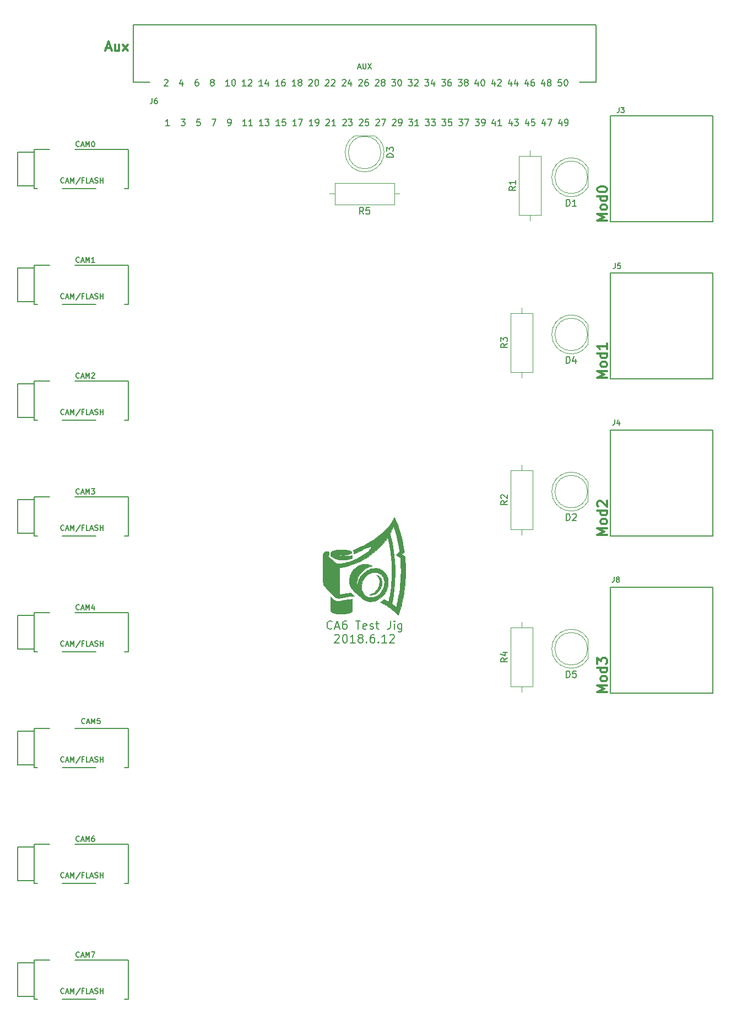
<source format=gto>
G04 #@! TF.FileFunction,Legend,Top*
%FSLAX46Y46*%
G04 Gerber Fmt 4.6, Leading zero omitted, Abs format (unit mm)*
G04 Created by KiCad (PCBNEW 4.0.7) date 06/12/18 17:03:06*
%MOMM*%
%LPD*%
G01*
G04 APERTURE LIST*
%ADD10C,0.150000*%
%ADD11C,0.299720*%
%ADD12C,0.203200*%
%ADD13C,0.149860*%
%ADD14C,0.152400*%
%ADD15C,0.002500*%
%ADD16C,0.120000*%
G04 APERTURE END LIST*
D10*
D11*
X36455894Y-27174190D02*
X37170723Y-27174190D01*
X36312929Y-27603087D02*
X36813309Y-26101947D01*
X37313689Y-27603087D01*
X38457414Y-26602327D02*
X38457414Y-27603087D01*
X37814068Y-26602327D02*
X37814068Y-27388639D01*
X37885551Y-27531604D01*
X38028517Y-27603087D01*
X38242965Y-27603087D01*
X38385931Y-27531604D01*
X38457414Y-27460121D01*
X39029277Y-27603087D02*
X39815588Y-26602327D01*
X39029277Y-26602327D02*
X39815588Y-27603087D01*
X113455087Y-126017383D02*
X111953947Y-126017383D01*
X113026190Y-125517003D01*
X111953947Y-125016623D01*
X113455087Y-125016623D01*
X113455087Y-124087345D02*
X113383604Y-124230311D01*
X113312121Y-124301794D01*
X113169156Y-124373277D01*
X112740259Y-124373277D01*
X112597293Y-124301794D01*
X112525810Y-124230311D01*
X112454327Y-124087345D01*
X112454327Y-123872897D01*
X112525810Y-123729931D01*
X112597293Y-123658448D01*
X112740259Y-123586965D01*
X113169156Y-123586965D01*
X113312121Y-123658448D01*
X113383604Y-123729931D01*
X113455087Y-123872897D01*
X113455087Y-124087345D01*
X113455087Y-122300274D02*
X111953947Y-122300274D01*
X113383604Y-122300274D02*
X113455087Y-122443240D01*
X113455087Y-122729171D01*
X113383604Y-122872137D01*
X113312121Y-122943620D01*
X113169156Y-123015103D01*
X112740259Y-123015103D01*
X112597293Y-122943620D01*
X112525810Y-122872137D01*
X112454327Y-122729171D01*
X112454327Y-122443240D01*
X112525810Y-122300274D01*
X111953947Y-121728411D02*
X111953947Y-120799134D01*
X112525810Y-121299514D01*
X112525810Y-121085066D01*
X112597293Y-120942100D01*
X112668776Y-120870617D01*
X112811741Y-120799134D01*
X113169156Y-120799134D01*
X113312121Y-120870617D01*
X113383604Y-120942100D01*
X113455087Y-121085066D01*
X113455087Y-121513963D01*
X113383604Y-121656929D01*
X113312121Y-121728411D01*
X113455087Y-101887383D02*
X111953947Y-101887383D01*
X113026190Y-101387003D01*
X111953947Y-100886623D01*
X113455087Y-100886623D01*
X113455087Y-99957345D02*
X113383604Y-100100311D01*
X113312121Y-100171794D01*
X113169156Y-100243277D01*
X112740259Y-100243277D01*
X112597293Y-100171794D01*
X112525810Y-100100311D01*
X112454327Y-99957345D01*
X112454327Y-99742897D01*
X112525810Y-99599931D01*
X112597293Y-99528448D01*
X112740259Y-99456965D01*
X113169156Y-99456965D01*
X113312121Y-99528448D01*
X113383604Y-99599931D01*
X113455087Y-99742897D01*
X113455087Y-99957345D01*
X113455087Y-98170274D02*
X111953947Y-98170274D01*
X113383604Y-98170274D02*
X113455087Y-98313240D01*
X113455087Y-98599171D01*
X113383604Y-98742137D01*
X113312121Y-98813620D01*
X113169156Y-98885103D01*
X112740259Y-98885103D01*
X112597293Y-98813620D01*
X112525810Y-98742137D01*
X112454327Y-98599171D01*
X112454327Y-98313240D01*
X112525810Y-98170274D01*
X112096913Y-97526929D02*
X112025430Y-97455446D01*
X111953947Y-97312480D01*
X111953947Y-96955066D01*
X112025430Y-96812100D01*
X112096913Y-96740617D01*
X112239879Y-96669134D01*
X112382844Y-96669134D01*
X112597293Y-96740617D01*
X113455087Y-97598411D01*
X113455087Y-96669134D01*
X113455087Y-77757383D02*
X111953947Y-77757383D01*
X113026190Y-77257003D01*
X111953947Y-76756623D01*
X113455087Y-76756623D01*
X113455087Y-75827345D02*
X113383604Y-75970311D01*
X113312121Y-76041794D01*
X113169156Y-76113277D01*
X112740259Y-76113277D01*
X112597293Y-76041794D01*
X112525810Y-75970311D01*
X112454327Y-75827345D01*
X112454327Y-75612897D01*
X112525810Y-75469931D01*
X112597293Y-75398448D01*
X112740259Y-75326965D01*
X113169156Y-75326965D01*
X113312121Y-75398448D01*
X113383604Y-75469931D01*
X113455087Y-75612897D01*
X113455087Y-75827345D01*
X113455087Y-74040274D02*
X111953947Y-74040274D01*
X113383604Y-74040274D02*
X113455087Y-74183240D01*
X113455087Y-74469171D01*
X113383604Y-74612137D01*
X113312121Y-74683620D01*
X113169156Y-74755103D01*
X112740259Y-74755103D01*
X112597293Y-74683620D01*
X112525810Y-74612137D01*
X112454327Y-74469171D01*
X112454327Y-74183240D01*
X112525810Y-74040274D01*
X113455087Y-72539134D02*
X113455087Y-73396929D01*
X113455087Y-72968031D02*
X111953947Y-72968031D01*
X112168396Y-73110997D01*
X112311361Y-73253963D01*
X112382844Y-73396929D01*
X113455087Y-53627383D02*
X111953947Y-53627383D01*
X113026190Y-53127003D01*
X111953947Y-52626623D01*
X113455087Y-52626623D01*
X113455087Y-51697345D02*
X113383604Y-51840311D01*
X113312121Y-51911794D01*
X113169156Y-51983277D01*
X112740259Y-51983277D01*
X112597293Y-51911794D01*
X112525810Y-51840311D01*
X112454327Y-51697345D01*
X112454327Y-51482897D01*
X112525810Y-51339931D01*
X112597293Y-51268448D01*
X112740259Y-51196965D01*
X113169156Y-51196965D01*
X113312121Y-51268448D01*
X113383604Y-51339931D01*
X113455087Y-51482897D01*
X113455087Y-51697345D01*
X113455087Y-49910274D02*
X111953947Y-49910274D01*
X113383604Y-49910274D02*
X113455087Y-50053240D01*
X113455087Y-50339171D01*
X113383604Y-50482137D01*
X113312121Y-50553620D01*
X113169156Y-50625103D01*
X112740259Y-50625103D01*
X112597293Y-50553620D01*
X112525810Y-50482137D01*
X112454327Y-50339171D01*
X112454327Y-50053240D01*
X112525810Y-49910274D01*
X111953947Y-48909514D02*
X111953947Y-48766549D01*
X112025430Y-48623583D01*
X112096913Y-48552100D01*
X112239879Y-48480617D01*
X112525810Y-48409134D01*
X112883224Y-48409134D01*
X113169156Y-48480617D01*
X113312121Y-48552100D01*
X113383604Y-48623583D01*
X113455087Y-48766549D01*
X113455087Y-48909514D01*
X113383604Y-49052480D01*
X113312121Y-49123963D01*
X113169156Y-49195446D01*
X112883224Y-49266929D01*
X112525810Y-49266929D01*
X112239879Y-49195446D01*
X112096913Y-49123963D01*
X112025430Y-49052480D01*
X111953947Y-48909514D01*
D12*
X46195585Y-39041191D02*
X45648396Y-39041191D01*
X45921990Y-39041191D02*
X45921990Y-38083611D01*
X45830792Y-38220408D01*
X45739594Y-38311606D01*
X45648396Y-38357205D01*
X47973948Y-38083611D02*
X48566736Y-38083611D01*
X48247542Y-38448403D01*
X48384340Y-38448403D01*
X48475538Y-38494002D01*
X48521137Y-38539601D01*
X48566736Y-38630800D01*
X48566736Y-38858795D01*
X48521137Y-38949993D01*
X48475538Y-38995592D01*
X48384340Y-39041191D01*
X48110745Y-39041191D01*
X48019547Y-38995592D01*
X47973948Y-38949993D01*
X50892288Y-38083611D02*
X50436297Y-38083611D01*
X50390698Y-38539601D01*
X50436297Y-38494002D01*
X50527495Y-38448403D01*
X50755491Y-38448403D01*
X50846689Y-38494002D01*
X50892288Y-38539601D01*
X50937887Y-38630800D01*
X50937887Y-38858795D01*
X50892288Y-38949993D01*
X50846689Y-38995592D01*
X50755491Y-39041191D01*
X50527495Y-39041191D01*
X50436297Y-38995592D01*
X50390698Y-38949993D01*
X52716250Y-38083611D02*
X53354637Y-38083611D01*
X52944245Y-39041191D01*
X55224198Y-39041191D02*
X55406594Y-39041191D01*
X55497793Y-38995592D01*
X55543392Y-38949993D01*
X55634590Y-38813196D01*
X55680189Y-38630800D01*
X55680189Y-38266007D01*
X55634590Y-38174809D01*
X55588991Y-38129210D01*
X55497793Y-38083611D01*
X55315396Y-38083611D01*
X55224198Y-38129210D01*
X55178599Y-38174809D01*
X55133000Y-38266007D01*
X55133000Y-38494002D01*
X55178599Y-38585200D01*
X55224198Y-38630800D01*
X55315396Y-38676399D01*
X55497793Y-38676399D01*
X55588991Y-38630800D01*
X55634590Y-38585200D01*
X55680189Y-38494002D01*
X58051340Y-39041191D02*
X57504151Y-39041191D01*
X57777745Y-39041191D02*
X57777745Y-38083611D01*
X57686547Y-38220408D01*
X57595349Y-38311606D01*
X57504151Y-38357205D01*
X58963321Y-39041191D02*
X58416132Y-39041191D01*
X58689726Y-39041191D02*
X58689726Y-38083611D01*
X58598528Y-38220408D01*
X58507330Y-38311606D01*
X58416132Y-38357205D01*
X60604887Y-39041191D02*
X60057698Y-39041191D01*
X60331292Y-39041191D02*
X60331292Y-38083611D01*
X60240094Y-38220408D01*
X60148896Y-38311606D01*
X60057698Y-38357205D01*
X60924080Y-38083611D02*
X61516868Y-38083611D01*
X61197674Y-38448403D01*
X61334472Y-38448403D01*
X61425670Y-38494002D01*
X61471269Y-38539601D01*
X61516868Y-38630800D01*
X61516868Y-38858795D01*
X61471269Y-38949993D01*
X61425670Y-38995592D01*
X61334472Y-39041191D01*
X61060877Y-39041191D01*
X60969679Y-38995592D01*
X60924080Y-38949993D01*
X63158434Y-39041191D02*
X62611245Y-39041191D01*
X62884839Y-39041191D02*
X62884839Y-38083611D01*
X62793641Y-38220408D01*
X62702443Y-38311606D01*
X62611245Y-38357205D01*
X64024816Y-38083611D02*
X63568825Y-38083611D01*
X63523226Y-38539601D01*
X63568825Y-38494002D01*
X63660023Y-38448403D01*
X63888019Y-38448403D01*
X63979217Y-38494002D01*
X64024816Y-38539601D01*
X64070415Y-38630800D01*
X64070415Y-38858795D01*
X64024816Y-38949993D01*
X63979217Y-38995592D01*
X63888019Y-39041191D01*
X63660023Y-39041191D01*
X63568825Y-38995592D01*
X63523226Y-38949993D01*
X65711981Y-39041191D02*
X65164792Y-39041191D01*
X65438386Y-39041191D02*
X65438386Y-38083611D01*
X65347188Y-38220408D01*
X65255990Y-38311606D01*
X65164792Y-38357205D01*
X66031174Y-38083611D02*
X66669561Y-38083611D01*
X66259169Y-39041191D01*
X68265528Y-39041191D02*
X67718339Y-39041191D01*
X67991933Y-39041191D02*
X67991933Y-38083611D01*
X67900735Y-38220408D01*
X67809537Y-38311606D01*
X67718339Y-38357205D01*
X68721518Y-39041191D02*
X68903914Y-39041191D01*
X68995113Y-38995592D01*
X69040712Y-38949993D01*
X69131910Y-38813196D01*
X69177509Y-38630800D01*
X69177509Y-38266007D01*
X69131910Y-38174809D01*
X69086311Y-38129210D01*
X68995113Y-38083611D01*
X68812716Y-38083611D01*
X68721518Y-38129210D01*
X68675919Y-38174809D01*
X68630320Y-38266007D01*
X68630320Y-38494002D01*
X68675919Y-38585200D01*
X68721518Y-38630800D01*
X68812716Y-38676399D01*
X68995113Y-38676399D01*
X69086311Y-38630800D01*
X69131910Y-38585200D01*
X69177509Y-38494002D01*
X70271886Y-38174809D02*
X70317485Y-38129210D01*
X70408683Y-38083611D01*
X70636679Y-38083611D01*
X70727877Y-38129210D01*
X70773476Y-38174809D01*
X70819075Y-38266007D01*
X70819075Y-38357205D01*
X70773476Y-38494002D01*
X70226287Y-39041191D01*
X70819075Y-39041191D01*
X71731056Y-39041191D02*
X71183867Y-39041191D01*
X71457461Y-39041191D02*
X71457461Y-38083611D01*
X71366263Y-38220408D01*
X71275065Y-38311606D01*
X71183867Y-38357205D01*
X72825433Y-38174809D02*
X72871032Y-38129210D01*
X72962230Y-38083611D01*
X73190226Y-38083611D01*
X73281424Y-38129210D01*
X73327023Y-38174809D01*
X73372622Y-38266007D01*
X73372622Y-38357205D01*
X73327023Y-38494002D01*
X72779834Y-39041191D01*
X73372622Y-39041191D01*
X73691815Y-38083611D02*
X74284603Y-38083611D01*
X73965409Y-38448403D01*
X74102207Y-38448403D01*
X74193405Y-38494002D01*
X74239004Y-38539601D01*
X74284603Y-38630800D01*
X74284603Y-38858795D01*
X74239004Y-38949993D01*
X74193405Y-38995592D01*
X74102207Y-39041191D01*
X73828612Y-39041191D01*
X73737414Y-38995592D01*
X73691815Y-38949993D01*
X75378980Y-38174809D02*
X75424579Y-38129210D01*
X75515777Y-38083611D01*
X75743773Y-38083611D01*
X75834971Y-38129210D01*
X75880570Y-38174809D01*
X75926169Y-38266007D01*
X75926169Y-38357205D01*
X75880570Y-38494002D01*
X75333381Y-39041191D01*
X75926169Y-39041191D01*
X76792551Y-38083611D02*
X76336560Y-38083611D01*
X76290961Y-38539601D01*
X76336560Y-38494002D01*
X76427758Y-38448403D01*
X76655754Y-38448403D01*
X76746952Y-38494002D01*
X76792551Y-38539601D01*
X76838150Y-38630800D01*
X76838150Y-38858795D01*
X76792551Y-38949993D01*
X76746952Y-38995592D01*
X76655754Y-39041191D01*
X76427758Y-39041191D01*
X76336560Y-38995592D01*
X76290961Y-38949993D01*
X77932527Y-38174809D02*
X77978126Y-38129210D01*
X78069324Y-38083611D01*
X78297320Y-38083611D01*
X78388518Y-38129210D01*
X78434117Y-38174809D01*
X78479716Y-38266007D01*
X78479716Y-38357205D01*
X78434117Y-38494002D01*
X77886928Y-39041191D01*
X78479716Y-39041191D01*
X78798909Y-38083611D02*
X79437296Y-38083611D01*
X79026904Y-39041191D01*
X80486074Y-38174809D02*
X80531673Y-38129210D01*
X80622871Y-38083611D01*
X80850867Y-38083611D01*
X80942065Y-38129210D01*
X80987664Y-38174809D01*
X81033263Y-38266007D01*
X81033263Y-38357205D01*
X80987664Y-38494002D01*
X80440475Y-39041191D01*
X81033263Y-39041191D01*
X81489253Y-39041191D02*
X81671649Y-39041191D01*
X81762848Y-38995592D01*
X81808447Y-38949993D01*
X81899645Y-38813196D01*
X81945244Y-38630800D01*
X81945244Y-38266007D01*
X81899645Y-38174809D01*
X81854046Y-38129210D01*
X81762848Y-38083611D01*
X81580451Y-38083611D01*
X81489253Y-38129210D01*
X81443654Y-38174809D01*
X81398055Y-38266007D01*
X81398055Y-38494002D01*
X81443654Y-38585200D01*
X81489253Y-38630800D01*
X81580451Y-38676399D01*
X81762848Y-38676399D01*
X81854046Y-38630800D01*
X81899645Y-38585200D01*
X81945244Y-38494002D01*
X82994022Y-38083611D02*
X83586810Y-38083611D01*
X83267616Y-38448403D01*
X83404414Y-38448403D01*
X83495612Y-38494002D01*
X83541211Y-38539601D01*
X83586810Y-38630800D01*
X83586810Y-38858795D01*
X83541211Y-38949993D01*
X83495612Y-38995592D01*
X83404414Y-39041191D01*
X83130819Y-39041191D01*
X83039621Y-38995592D01*
X82994022Y-38949993D01*
X84498791Y-39041191D02*
X83951602Y-39041191D01*
X84225196Y-39041191D02*
X84225196Y-38083611D01*
X84133998Y-38220408D01*
X84042800Y-38311606D01*
X83951602Y-38357205D01*
X85547569Y-38083611D02*
X86140357Y-38083611D01*
X85821163Y-38448403D01*
X85957961Y-38448403D01*
X86049159Y-38494002D01*
X86094758Y-38539601D01*
X86140357Y-38630800D01*
X86140357Y-38858795D01*
X86094758Y-38949993D01*
X86049159Y-38995592D01*
X85957961Y-39041191D01*
X85684366Y-39041191D01*
X85593168Y-38995592D01*
X85547569Y-38949993D01*
X86459550Y-38083611D02*
X87052338Y-38083611D01*
X86733144Y-38448403D01*
X86869942Y-38448403D01*
X86961140Y-38494002D01*
X87006739Y-38539601D01*
X87052338Y-38630800D01*
X87052338Y-38858795D01*
X87006739Y-38949993D01*
X86961140Y-38995592D01*
X86869942Y-39041191D01*
X86596347Y-39041191D01*
X86505149Y-38995592D01*
X86459550Y-38949993D01*
X88101116Y-38083611D02*
X88693904Y-38083611D01*
X88374710Y-38448403D01*
X88511508Y-38448403D01*
X88602706Y-38494002D01*
X88648305Y-38539601D01*
X88693904Y-38630800D01*
X88693904Y-38858795D01*
X88648305Y-38949993D01*
X88602706Y-38995592D01*
X88511508Y-39041191D01*
X88237913Y-39041191D01*
X88146715Y-38995592D01*
X88101116Y-38949993D01*
X89560286Y-38083611D02*
X89104295Y-38083611D01*
X89058696Y-38539601D01*
X89104295Y-38494002D01*
X89195493Y-38448403D01*
X89423489Y-38448403D01*
X89514687Y-38494002D01*
X89560286Y-38539601D01*
X89605885Y-38630800D01*
X89605885Y-38858795D01*
X89560286Y-38949993D01*
X89514687Y-38995592D01*
X89423489Y-39041191D01*
X89195493Y-39041191D01*
X89104295Y-38995592D01*
X89058696Y-38949993D01*
X90654663Y-38083611D02*
X91247451Y-38083611D01*
X90928257Y-38448403D01*
X91065055Y-38448403D01*
X91156253Y-38494002D01*
X91201852Y-38539601D01*
X91247451Y-38630800D01*
X91247451Y-38858795D01*
X91201852Y-38949993D01*
X91156253Y-38995592D01*
X91065055Y-39041191D01*
X90791460Y-39041191D01*
X90700262Y-38995592D01*
X90654663Y-38949993D01*
X91566644Y-38083611D02*
X92205031Y-38083611D01*
X91794639Y-39041191D01*
X93208210Y-38083611D02*
X93800998Y-38083611D01*
X93481804Y-38448403D01*
X93618602Y-38448403D01*
X93709800Y-38494002D01*
X93755399Y-38539601D01*
X93800998Y-38630800D01*
X93800998Y-38858795D01*
X93755399Y-38949993D01*
X93709800Y-38995592D01*
X93618602Y-39041191D01*
X93345007Y-39041191D01*
X93253809Y-38995592D01*
X93208210Y-38949993D01*
X94256988Y-39041191D02*
X94439384Y-39041191D01*
X94530583Y-38995592D01*
X94576182Y-38949993D01*
X94667380Y-38813196D01*
X94712979Y-38630800D01*
X94712979Y-38266007D01*
X94667380Y-38174809D01*
X94621781Y-38129210D01*
X94530583Y-38083611D01*
X94348186Y-38083611D01*
X94256988Y-38129210D01*
X94211389Y-38174809D01*
X94165790Y-38266007D01*
X94165790Y-38494002D01*
X94211389Y-38585200D01*
X94256988Y-38630800D01*
X94348186Y-38676399D01*
X94530583Y-38676399D01*
X94621781Y-38630800D01*
X94667380Y-38585200D01*
X94712979Y-38494002D01*
X96263347Y-38402804D02*
X96263347Y-39041191D01*
X96035351Y-38038012D02*
X95807356Y-38721998D01*
X96400144Y-38721998D01*
X97266526Y-39041191D02*
X96719337Y-39041191D01*
X96992931Y-39041191D02*
X96992931Y-38083611D01*
X96901733Y-38220408D01*
X96810535Y-38311606D01*
X96719337Y-38357205D01*
X98816894Y-38402804D02*
X98816894Y-39041191D01*
X98588898Y-38038012D02*
X98360903Y-38721998D01*
X98953691Y-38721998D01*
X99227285Y-38083611D02*
X99820073Y-38083611D01*
X99500879Y-38448403D01*
X99637677Y-38448403D01*
X99728875Y-38494002D01*
X99774474Y-38539601D01*
X99820073Y-38630800D01*
X99820073Y-38858795D01*
X99774474Y-38949993D01*
X99728875Y-38995592D01*
X99637677Y-39041191D01*
X99364082Y-39041191D01*
X99272884Y-38995592D01*
X99227285Y-38949993D01*
X101370441Y-38402804D02*
X101370441Y-39041191D01*
X101142445Y-38038012D02*
X100914450Y-38721998D01*
X101507238Y-38721998D01*
X102328021Y-38083611D02*
X101872030Y-38083611D01*
X101826431Y-38539601D01*
X101872030Y-38494002D01*
X101963228Y-38448403D01*
X102191224Y-38448403D01*
X102282422Y-38494002D01*
X102328021Y-38539601D01*
X102373620Y-38630800D01*
X102373620Y-38858795D01*
X102328021Y-38949993D01*
X102282422Y-38995592D01*
X102191224Y-39041191D01*
X101963228Y-39041191D01*
X101872030Y-38995592D01*
X101826431Y-38949993D01*
X103923988Y-38402804D02*
X103923988Y-39041191D01*
X103695992Y-38038012D02*
X103467997Y-38721998D01*
X104060785Y-38721998D01*
X104334379Y-38083611D02*
X104972766Y-38083611D01*
X104562374Y-39041191D01*
X106477535Y-38402804D02*
X106477535Y-39041191D01*
X106249539Y-38038012D02*
X106021544Y-38721998D01*
X106614332Y-38721998D01*
X107024723Y-39041191D02*
X107207119Y-39041191D01*
X107298318Y-38995592D01*
X107343917Y-38949993D01*
X107435115Y-38813196D01*
X107480714Y-38630800D01*
X107480714Y-38266007D01*
X107435115Y-38174809D01*
X107389516Y-38129210D01*
X107298318Y-38083611D01*
X107115921Y-38083611D01*
X107024723Y-38129210D01*
X106979124Y-38174809D01*
X106933525Y-38266007D01*
X106933525Y-38494002D01*
X106979124Y-38585200D01*
X107024723Y-38630800D01*
X107115921Y-38676399D01*
X107298318Y-38676399D01*
X107389516Y-38630800D01*
X107435115Y-38585200D01*
X107480714Y-38494002D01*
X45394396Y-32078809D02*
X45439995Y-32033210D01*
X45531193Y-31987611D01*
X45759189Y-31987611D01*
X45850387Y-32033210D01*
X45895986Y-32078809D01*
X45941585Y-32170007D01*
X45941585Y-32261205D01*
X45895986Y-32398002D01*
X45348797Y-32945191D01*
X45941585Y-32945191D01*
X48221538Y-32306804D02*
X48221538Y-32945191D01*
X47993542Y-31942012D02*
X47765547Y-32625998D01*
X48358335Y-32625998D01*
X50592689Y-31987611D02*
X50410292Y-31987611D01*
X50319094Y-32033210D01*
X50273495Y-32078809D01*
X50182297Y-32215606D01*
X50136698Y-32398002D01*
X50136698Y-32762795D01*
X50182297Y-32853993D01*
X50227896Y-32899592D01*
X50319094Y-32945191D01*
X50501491Y-32945191D01*
X50592689Y-32899592D01*
X50638288Y-32853993D01*
X50683887Y-32762795D01*
X50683887Y-32534800D01*
X50638288Y-32443601D01*
X50592689Y-32398002D01*
X50501491Y-32352403D01*
X50319094Y-32352403D01*
X50227896Y-32398002D01*
X50182297Y-32443601D01*
X50136698Y-32534800D01*
X52690245Y-32398002D02*
X52599047Y-32352403D01*
X52553448Y-32306804D01*
X52507849Y-32215606D01*
X52507849Y-32170007D01*
X52553448Y-32078809D01*
X52599047Y-32033210D01*
X52690245Y-31987611D01*
X52872642Y-31987611D01*
X52963840Y-32033210D01*
X53009439Y-32078809D01*
X53055038Y-32170007D01*
X53055038Y-32215606D01*
X53009439Y-32306804D01*
X52963840Y-32352403D01*
X52872642Y-32398002D01*
X52690245Y-32398002D01*
X52599047Y-32443601D01*
X52553448Y-32489200D01*
X52507849Y-32580399D01*
X52507849Y-32762795D01*
X52553448Y-32853993D01*
X52599047Y-32899592D01*
X52690245Y-32945191D01*
X52872642Y-32945191D01*
X52963840Y-32899592D01*
X53009439Y-32853993D01*
X53055038Y-32762795D01*
X53055038Y-32580399D01*
X53009439Y-32489200D01*
X52963840Y-32443601D01*
X52872642Y-32398002D01*
X55426189Y-32945191D02*
X54879000Y-32945191D01*
X55152594Y-32945191D02*
X55152594Y-31987611D01*
X55061396Y-32124408D01*
X54970198Y-32215606D01*
X54879000Y-32261205D01*
X56018976Y-31987611D02*
X56110175Y-31987611D01*
X56201373Y-32033210D01*
X56246972Y-32078809D01*
X56292571Y-32170007D01*
X56338170Y-32352403D01*
X56338170Y-32580399D01*
X56292571Y-32762795D01*
X56246972Y-32853993D01*
X56201373Y-32899592D01*
X56110175Y-32945191D01*
X56018976Y-32945191D01*
X55927778Y-32899592D01*
X55882179Y-32853993D01*
X55836580Y-32762795D01*
X55790981Y-32580399D01*
X55790981Y-32352403D01*
X55836580Y-32170007D01*
X55882179Y-32078809D01*
X55927778Y-32033210D01*
X56018976Y-31987611D01*
X57979736Y-32945191D02*
X57432547Y-32945191D01*
X57706141Y-32945191D02*
X57706141Y-31987611D01*
X57614943Y-32124408D01*
X57523745Y-32215606D01*
X57432547Y-32261205D01*
X58344528Y-32078809D02*
X58390127Y-32033210D01*
X58481325Y-31987611D01*
X58709321Y-31987611D01*
X58800519Y-32033210D01*
X58846118Y-32078809D01*
X58891717Y-32170007D01*
X58891717Y-32261205D01*
X58846118Y-32398002D01*
X58298929Y-32945191D01*
X58891717Y-32945191D01*
X60533283Y-32945191D02*
X59986094Y-32945191D01*
X60259688Y-32945191D02*
X60259688Y-31987611D01*
X60168490Y-32124408D01*
X60077292Y-32215606D01*
X59986094Y-32261205D01*
X61354066Y-32306804D02*
X61354066Y-32945191D01*
X61126070Y-31942012D02*
X60898075Y-32625998D01*
X61490863Y-32625998D01*
X63086830Y-32945191D02*
X62539641Y-32945191D01*
X62813235Y-32945191D02*
X62813235Y-31987611D01*
X62722037Y-32124408D01*
X62630839Y-32215606D01*
X62539641Y-32261205D01*
X63907613Y-31987611D02*
X63725216Y-31987611D01*
X63634018Y-32033210D01*
X63588419Y-32078809D01*
X63497221Y-32215606D01*
X63451622Y-32398002D01*
X63451622Y-32762795D01*
X63497221Y-32853993D01*
X63542820Y-32899592D01*
X63634018Y-32945191D01*
X63816415Y-32945191D01*
X63907613Y-32899592D01*
X63953212Y-32853993D01*
X63998811Y-32762795D01*
X63998811Y-32534800D01*
X63953212Y-32443601D01*
X63907613Y-32398002D01*
X63816415Y-32352403D01*
X63634018Y-32352403D01*
X63542820Y-32398002D01*
X63497221Y-32443601D01*
X63451622Y-32534800D01*
X65640377Y-32945191D02*
X65093188Y-32945191D01*
X65366782Y-32945191D02*
X65366782Y-31987611D01*
X65275584Y-32124408D01*
X65184386Y-32215606D01*
X65093188Y-32261205D01*
X66187565Y-32398002D02*
X66096367Y-32352403D01*
X66050768Y-32306804D01*
X66005169Y-32215606D01*
X66005169Y-32170007D01*
X66050768Y-32078809D01*
X66096367Y-32033210D01*
X66187565Y-31987611D01*
X66369962Y-31987611D01*
X66461160Y-32033210D01*
X66506759Y-32078809D01*
X66552358Y-32170007D01*
X66552358Y-32215606D01*
X66506759Y-32306804D01*
X66461160Y-32352403D01*
X66369962Y-32398002D01*
X66187565Y-32398002D01*
X66096367Y-32443601D01*
X66050768Y-32489200D01*
X66005169Y-32580399D01*
X66005169Y-32762795D01*
X66050768Y-32853993D01*
X66096367Y-32899592D01*
X66187565Y-32945191D01*
X66369962Y-32945191D01*
X66461160Y-32899592D01*
X66506759Y-32853993D01*
X66552358Y-32762795D01*
X66552358Y-32580399D01*
X66506759Y-32489200D01*
X66461160Y-32443601D01*
X66369962Y-32398002D01*
X67646735Y-32078809D02*
X67692334Y-32033210D01*
X67783532Y-31987611D01*
X68011528Y-31987611D01*
X68102726Y-32033210D01*
X68148325Y-32078809D01*
X68193924Y-32170007D01*
X68193924Y-32261205D01*
X68148325Y-32398002D01*
X67601136Y-32945191D01*
X68193924Y-32945191D01*
X68786711Y-31987611D02*
X68877910Y-31987611D01*
X68969108Y-32033210D01*
X69014707Y-32078809D01*
X69060306Y-32170007D01*
X69105905Y-32352403D01*
X69105905Y-32580399D01*
X69060306Y-32762795D01*
X69014707Y-32853993D01*
X68969108Y-32899592D01*
X68877910Y-32945191D01*
X68786711Y-32945191D01*
X68695513Y-32899592D01*
X68649914Y-32853993D01*
X68604315Y-32762795D01*
X68558716Y-32580399D01*
X68558716Y-32352403D01*
X68604315Y-32170007D01*
X68649914Y-32078809D01*
X68695513Y-32033210D01*
X68786711Y-31987611D01*
X70200282Y-32078809D02*
X70245881Y-32033210D01*
X70337079Y-31987611D01*
X70565075Y-31987611D01*
X70656273Y-32033210D01*
X70701872Y-32078809D01*
X70747471Y-32170007D01*
X70747471Y-32261205D01*
X70701872Y-32398002D01*
X70154683Y-32945191D01*
X70747471Y-32945191D01*
X71112263Y-32078809D02*
X71157862Y-32033210D01*
X71249060Y-31987611D01*
X71477056Y-31987611D01*
X71568254Y-32033210D01*
X71613853Y-32078809D01*
X71659452Y-32170007D01*
X71659452Y-32261205D01*
X71613853Y-32398002D01*
X71066664Y-32945191D01*
X71659452Y-32945191D01*
X72753829Y-32078809D02*
X72799428Y-32033210D01*
X72890626Y-31987611D01*
X73118622Y-31987611D01*
X73209820Y-32033210D01*
X73255419Y-32078809D01*
X73301018Y-32170007D01*
X73301018Y-32261205D01*
X73255419Y-32398002D01*
X72708230Y-32945191D01*
X73301018Y-32945191D01*
X74121801Y-32306804D02*
X74121801Y-32945191D01*
X73893805Y-31942012D02*
X73665810Y-32625998D01*
X74258598Y-32625998D01*
X75307376Y-32078809D02*
X75352975Y-32033210D01*
X75444173Y-31987611D01*
X75672169Y-31987611D01*
X75763367Y-32033210D01*
X75808966Y-32078809D01*
X75854565Y-32170007D01*
X75854565Y-32261205D01*
X75808966Y-32398002D01*
X75261777Y-32945191D01*
X75854565Y-32945191D01*
X76675348Y-31987611D02*
X76492951Y-31987611D01*
X76401753Y-32033210D01*
X76356154Y-32078809D01*
X76264956Y-32215606D01*
X76219357Y-32398002D01*
X76219357Y-32762795D01*
X76264956Y-32853993D01*
X76310555Y-32899592D01*
X76401753Y-32945191D01*
X76584150Y-32945191D01*
X76675348Y-32899592D01*
X76720947Y-32853993D01*
X76766546Y-32762795D01*
X76766546Y-32534800D01*
X76720947Y-32443601D01*
X76675348Y-32398002D01*
X76584150Y-32352403D01*
X76401753Y-32352403D01*
X76310555Y-32398002D01*
X76264956Y-32443601D01*
X76219357Y-32534800D01*
X77860923Y-32078809D02*
X77906522Y-32033210D01*
X77997720Y-31987611D01*
X78225716Y-31987611D01*
X78316914Y-32033210D01*
X78362513Y-32078809D01*
X78408112Y-32170007D01*
X78408112Y-32261205D01*
X78362513Y-32398002D01*
X77815324Y-32945191D01*
X78408112Y-32945191D01*
X78955300Y-32398002D02*
X78864102Y-32352403D01*
X78818503Y-32306804D01*
X78772904Y-32215606D01*
X78772904Y-32170007D01*
X78818503Y-32078809D01*
X78864102Y-32033210D01*
X78955300Y-31987611D01*
X79137697Y-31987611D01*
X79228895Y-32033210D01*
X79274494Y-32078809D01*
X79320093Y-32170007D01*
X79320093Y-32215606D01*
X79274494Y-32306804D01*
X79228895Y-32352403D01*
X79137697Y-32398002D01*
X78955300Y-32398002D01*
X78864102Y-32443601D01*
X78818503Y-32489200D01*
X78772904Y-32580399D01*
X78772904Y-32762795D01*
X78818503Y-32853993D01*
X78864102Y-32899592D01*
X78955300Y-32945191D01*
X79137697Y-32945191D01*
X79228895Y-32899592D01*
X79274494Y-32853993D01*
X79320093Y-32762795D01*
X79320093Y-32580399D01*
X79274494Y-32489200D01*
X79228895Y-32443601D01*
X79137697Y-32398002D01*
X80368871Y-31987611D02*
X80961659Y-31987611D01*
X80642465Y-32352403D01*
X80779263Y-32352403D01*
X80870461Y-32398002D01*
X80916060Y-32443601D01*
X80961659Y-32534800D01*
X80961659Y-32762795D01*
X80916060Y-32853993D01*
X80870461Y-32899592D01*
X80779263Y-32945191D01*
X80505668Y-32945191D01*
X80414470Y-32899592D01*
X80368871Y-32853993D01*
X81554446Y-31987611D02*
X81645645Y-31987611D01*
X81736843Y-32033210D01*
X81782442Y-32078809D01*
X81828041Y-32170007D01*
X81873640Y-32352403D01*
X81873640Y-32580399D01*
X81828041Y-32762795D01*
X81782442Y-32853993D01*
X81736843Y-32899592D01*
X81645645Y-32945191D01*
X81554446Y-32945191D01*
X81463248Y-32899592D01*
X81417649Y-32853993D01*
X81372050Y-32762795D01*
X81326451Y-32580399D01*
X81326451Y-32352403D01*
X81372050Y-32170007D01*
X81417649Y-32078809D01*
X81463248Y-32033210D01*
X81554446Y-31987611D01*
X82922418Y-31987611D02*
X83515206Y-31987611D01*
X83196012Y-32352403D01*
X83332810Y-32352403D01*
X83424008Y-32398002D01*
X83469607Y-32443601D01*
X83515206Y-32534800D01*
X83515206Y-32762795D01*
X83469607Y-32853993D01*
X83424008Y-32899592D01*
X83332810Y-32945191D01*
X83059215Y-32945191D01*
X82968017Y-32899592D01*
X82922418Y-32853993D01*
X83879998Y-32078809D02*
X83925597Y-32033210D01*
X84016795Y-31987611D01*
X84244791Y-31987611D01*
X84335989Y-32033210D01*
X84381588Y-32078809D01*
X84427187Y-32170007D01*
X84427187Y-32261205D01*
X84381588Y-32398002D01*
X83834399Y-32945191D01*
X84427187Y-32945191D01*
X85475965Y-31987611D02*
X86068753Y-31987611D01*
X85749559Y-32352403D01*
X85886357Y-32352403D01*
X85977555Y-32398002D01*
X86023154Y-32443601D01*
X86068753Y-32534800D01*
X86068753Y-32762795D01*
X86023154Y-32853993D01*
X85977555Y-32899592D01*
X85886357Y-32945191D01*
X85612762Y-32945191D01*
X85521564Y-32899592D01*
X85475965Y-32853993D01*
X86889536Y-32306804D02*
X86889536Y-32945191D01*
X86661540Y-31942012D02*
X86433545Y-32625998D01*
X87026333Y-32625998D01*
X88029512Y-31987611D02*
X88622300Y-31987611D01*
X88303106Y-32352403D01*
X88439904Y-32352403D01*
X88531102Y-32398002D01*
X88576701Y-32443601D01*
X88622300Y-32534800D01*
X88622300Y-32762795D01*
X88576701Y-32853993D01*
X88531102Y-32899592D01*
X88439904Y-32945191D01*
X88166309Y-32945191D01*
X88075111Y-32899592D01*
X88029512Y-32853993D01*
X89443083Y-31987611D02*
X89260686Y-31987611D01*
X89169488Y-32033210D01*
X89123889Y-32078809D01*
X89032691Y-32215606D01*
X88987092Y-32398002D01*
X88987092Y-32762795D01*
X89032691Y-32853993D01*
X89078290Y-32899592D01*
X89169488Y-32945191D01*
X89351885Y-32945191D01*
X89443083Y-32899592D01*
X89488682Y-32853993D01*
X89534281Y-32762795D01*
X89534281Y-32534800D01*
X89488682Y-32443601D01*
X89443083Y-32398002D01*
X89351885Y-32352403D01*
X89169488Y-32352403D01*
X89078290Y-32398002D01*
X89032691Y-32443601D01*
X88987092Y-32534800D01*
X90583059Y-31987611D02*
X91175847Y-31987611D01*
X90856653Y-32352403D01*
X90993451Y-32352403D01*
X91084649Y-32398002D01*
X91130248Y-32443601D01*
X91175847Y-32534800D01*
X91175847Y-32762795D01*
X91130248Y-32853993D01*
X91084649Y-32899592D01*
X90993451Y-32945191D01*
X90719856Y-32945191D01*
X90628658Y-32899592D01*
X90583059Y-32853993D01*
X91723035Y-32398002D02*
X91631837Y-32352403D01*
X91586238Y-32306804D01*
X91540639Y-32215606D01*
X91540639Y-32170007D01*
X91586238Y-32078809D01*
X91631837Y-32033210D01*
X91723035Y-31987611D01*
X91905432Y-31987611D01*
X91996630Y-32033210D01*
X92042229Y-32078809D01*
X92087828Y-32170007D01*
X92087828Y-32215606D01*
X92042229Y-32306804D01*
X91996630Y-32352403D01*
X91905432Y-32398002D01*
X91723035Y-32398002D01*
X91631837Y-32443601D01*
X91586238Y-32489200D01*
X91540639Y-32580399D01*
X91540639Y-32762795D01*
X91586238Y-32853993D01*
X91631837Y-32899592D01*
X91723035Y-32945191D01*
X91905432Y-32945191D01*
X91996630Y-32899592D01*
X92042229Y-32853993D01*
X92087828Y-32762795D01*
X92087828Y-32580399D01*
X92042229Y-32489200D01*
X91996630Y-32443601D01*
X91905432Y-32398002D01*
X93638196Y-32306804D02*
X93638196Y-32945191D01*
X93410200Y-31942012D02*
X93182205Y-32625998D01*
X93774993Y-32625998D01*
X94322181Y-31987611D02*
X94413380Y-31987611D01*
X94504578Y-32033210D01*
X94550177Y-32078809D01*
X94595776Y-32170007D01*
X94641375Y-32352403D01*
X94641375Y-32580399D01*
X94595776Y-32762795D01*
X94550177Y-32853993D01*
X94504578Y-32899592D01*
X94413380Y-32945191D01*
X94322181Y-32945191D01*
X94230983Y-32899592D01*
X94185384Y-32853993D01*
X94139785Y-32762795D01*
X94094186Y-32580399D01*
X94094186Y-32352403D01*
X94139785Y-32170007D01*
X94185384Y-32078809D01*
X94230983Y-32033210D01*
X94322181Y-31987611D01*
X96191743Y-32306804D02*
X96191743Y-32945191D01*
X95963747Y-31942012D02*
X95735752Y-32625998D01*
X96328540Y-32625998D01*
X96647733Y-32078809D02*
X96693332Y-32033210D01*
X96784530Y-31987611D01*
X97012526Y-31987611D01*
X97103724Y-32033210D01*
X97149323Y-32078809D01*
X97194922Y-32170007D01*
X97194922Y-32261205D01*
X97149323Y-32398002D01*
X96602134Y-32945191D01*
X97194922Y-32945191D01*
X98745290Y-32306804D02*
X98745290Y-32945191D01*
X98517294Y-31942012D02*
X98289299Y-32625998D01*
X98882087Y-32625998D01*
X99657271Y-32306804D02*
X99657271Y-32945191D01*
X99429275Y-31942012D02*
X99201280Y-32625998D01*
X99794068Y-32625998D01*
X101298837Y-32306804D02*
X101298837Y-32945191D01*
X101070841Y-31942012D02*
X100842846Y-32625998D01*
X101435634Y-32625998D01*
X102210818Y-31987611D02*
X102028421Y-31987611D01*
X101937223Y-32033210D01*
X101891624Y-32078809D01*
X101800426Y-32215606D01*
X101754827Y-32398002D01*
X101754827Y-32762795D01*
X101800426Y-32853993D01*
X101846025Y-32899592D01*
X101937223Y-32945191D01*
X102119620Y-32945191D01*
X102210818Y-32899592D01*
X102256417Y-32853993D01*
X102302016Y-32762795D01*
X102302016Y-32534800D01*
X102256417Y-32443601D01*
X102210818Y-32398002D01*
X102119620Y-32352403D01*
X101937223Y-32352403D01*
X101846025Y-32398002D01*
X101800426Y-32443601D01*
X101754827Y-32534800D01*
X103852384Y-32306804D02*
X103852384Y-32945191D01*
X103624388Y-31942012D02*
X103396393Y-32625998D01*
X103989181Y-32625998D01*
X104490770Y-32398002D02*
X104399572Y-32352403D01*
X104353973Y-32306804D01*
X104308374Y-32215606D01*
X104308374Y-32170007D01*
X104353973Y-32078809D01*
X104399572Y-32033210D01*
X104490770Y-31987611D01*
X104673167Y-31987611D01*
X104764365Y-32033210D01*
X104809964Y-32078809D01*
X104855563Y-32170007D01*
X104855563Y-32215606D01*
X104809964Y-32306804D01*
X104764365Y-32352403D01*
X104673167Y-32398002D01*
X104490770Y-32398002D01*
X104399572Y-32443601D01*
X104353973Y-32489200D01*
X104308374Y-32580399D01*
X104308374Y-32762795D01*
X104353973Y-32853993D01*
X104399572Y-32899592D01*
X104490770Y-32945191D01*
X104673167Y-32945191D01*
X104764365Y-32899592D01*
X104809964Y-32853993D01*
X104855563Y-32762795D01*
X104855563Y-32580399D01*
X104809964Y-32489200D01*
X104764365Y-32443601D01*
X104673167Y-32398002D01*
X106451530Y-31987611D02*
X105995539Y-31987611D01*
X105949940Y-32443601D01*
X105995539Y-32398002D01*
X106086737Y-32352403D01*
X106314733Y-32352403D01*
X106405931Y-32398002D01*
X106451530Y-32443601D01*
X106497129Y-32534800D01*
X106497129Y-32762795D01*
X106451530Y-32853993D01*
X106405931Y-32899592D01*
X106314733Y-32945191D01*
X106086737Y-32945191D01*
X105995539Y-32899592D01*
X105949940Y-32853993D01*
X107089916Y-31987611D02*
X107181115Y-31987611D01*
X107272313Y-32033210D01*
X107317912Y-32078809D01*
X107363511Y-32170007D01*
X107409110Y-32352403D01*
X107409110Y-32580399D01*
X107363511Y-32762795D01*
X107317912Y-32853993D01*
X107272313Y-32899592D01*
X107181115Y-32945191D01*
X107089916Y-32945191D01*
X106998718Y-32899592D01*
X106953119Y-32853993D01*
X106907520Y-32762795D01*
X106861921Y-32580399D01*
X106861921Y-32352403D01*
X106907520Y-32170007D01*
X106953119Y-32078809D01*
X106998718Y-32033210D01*
X107089916Y-31987611D01*
X71210715Y-116239471D02*
X71150239Y-116299948D01*
X70968810Y-116360424D01*
X70847858Y-116360424D01*
X70666430Y-116299948D01*
X70545477Y-116178995D01*
X70485001Y-116058043D01*
X70424525Y-115816138D01*
X70424525Y-115634710D01*
X70485001Y-115392805D01*
X70545477Y-115271852D01*
X70666430Y-115150900D01*
X70847858Y-115090424D01*
X70968810Y-115090424D01*
X71150239Y-115150900D01*
X71210715Y-115211376D01*
X71694525Y-115997567D02*
X72299287Y-115997567D01*
X71573572Y-116360424D02*
X71996906Y-115090424D01*
X72420239Y-116360424D01*
X73387858Y-115090424D02*
X73145953Y-115090424D01*
X73025001Y-115150900D01*
X72964524Y-115211376D01*
X72843572Y-115392805D01*
X72783096Y-115634710D01*
X72783096Y-116118519D01*
X72843572Y-116239471D01*
X72904048Y-116299948D01*
X73025001Y-116360424D01*
X73266905Y-116360424D01*
X73387858Y-116299948D01*
X73448334Y-116239471D01*
X73508810Y-116118519D01*
X73508810Y-115816138D01*
X73448334Y-115695186D01*
X73387858Y-115634710D01*
X73266905Y-115574233D01*
X73025001Y-115574233D01*
X72904048Y-115634710D01*
X72843572Y-115695186D01*
X72783096Y-115816138D01*
X74839286Y-115090424D02*
X75565001Y-115090424D01*
X75202144Y-116360424D02*
X75202144Y-115090424D01*
X76472143Y-116299948D02*
X76351191Y-116360424D01*
X76109286Y-116360424D01*
X75988334Y-116299948D01*
X75927858Y-116178995D01*
X75927858Y-115695186D01*
X75988334Y-115574233D01*
X76109286Y-115513757D01*
X76351191Y-115513757D01*
X76472143Y-115574233D01*
X76532620Y-115695186D01*
X76532620Y-115816138D01*
X75927858Y-115937090D01*
X77016429Y-116299948D02*
X77137381Y-116360424D01*
X77379286Y-116360424D01*
X77500238Y-116299948D01*
X77560714Y-116178995D01*
X77560714Y-116118519D01*
X77500238Y-115997567D01*
X77379286Y-115937090D01*
X77197857Y-115937090D01*
X77076905Y-115876614D01*
X77016429Y-115755662D01*
X77016429Y-115695186D01*
X77076905Y-115574233D01*
X77197857Y-115513757D01*
X77379286Y-115513757D01*
X77500238Y-115574233D01*
X77923571Y-115513757D02*
X78407381Y-115513757D01*
X78105000Y-115090424D02*
X78105000Y-116178995D01*
X78165476Y-116299948D01*
X78286429Y-116360424D01*
X78407381Y-116360424D01*
X80161190Y-115090424D02*
X80161190Y-115997567D01*
X80100714Y-116178995D01*
X79979762Y-116299948D01*
X79798333Y-116360424D01*
X79677381Y-116360424D01*
X80765952Y-116360424D02*
X80765952Y-115513757D01*
X80765952Y-115090424D02*
X80705476Y-115150900D01*
X80765952Y-115211376D01*
X80826428Y-115150900D01*
X80765952Y-115090424D01*
X80765952Y-115211376D01*
X81915000Y-115513757D02*
X81915000Y-116541852D01*
X81854523Y-116662805D01*
X81794047Y-116723281D01*
X81673095Y-116783757D01*
X81491666Y-116783757D01*
X81370714Y-116723281D01*
X81915000Y-116299948D02*
X81794047Y-116360424D01*
X81552143Y-116360424D01*
X81431190Y-116299948D01*
X81370714Y-116239471D01*
X81310238Y-116118519D01*
X81310238Y-115755662D01*
X81370714Y-115634710D01*
X81431190Y-115574233D01*
X81552143Y-115513757D01*
X81794047Y-115513757D01*
X81915000Y-115574233D01*
X71603809Y-117319576D02*
X71664285Y-117259100D01*
X71785237Y-117198624D01*
X72087618Y-117198624D01*
X72208571Y-117259100D01*
X72269047Y-117319576D01*
X72329523Y-117440529D01*
X72329523Y-117561481D01*
X72269047Y-117742910D01*
X71543333Y-118468624D01*
X72329523Y-118468624D01*
X73115714Y-117198624D02*
X73236666Y-117198624D01*
X73357618Y-117259100D01*
X73418095Y-117319576D01*
X73478571Y-117440529D01*
X73539047Y-117682433D01*
X73539047Y-117984814D01*
X73478571Y-118226719D01*
X73418095Y-118347671D01*
X73357618Y-118408148D01*
X73236666Y-118468624D01*
X73115714Y-118468624D01*
X72994761Y-118408148D01*
X72934285Y-118347671D01*
X72873809Y-118226719D01*
X72813333Y-117984814D01*
X72813333Y-117682433D01*
X72873809Y-117440529D01*
X72934285Y-117319576D01*
X72994761Y-117259100D01*
X73115714Y-117198624D01*
X74748571Y-118468624D02*
X74022857Y-118468624D01*
X74385714Y-118468624D02*
X74385714Y-117198624D01*
X74264762Y-117380052D01*
X74143809Y-117501005D01*
X74022857Y-117561481D01*
X75474286Y-117742910D02*
X75353333Y-117682433D01*
X75292857Y-117621957D01*
X75232381Y-117501005D01*
X75232381Y-117440529D01*
X75292857Y-117319576D01*
X75353333Y-117259100D01*
X75474286Y-117198624D01*
X75716190Y-117198624D01*
X75837143Y-117259100D01*
X75897619Y-117319576D01*
X75958095Y-117440529D01*
X75958095Y-117501005D01*
X75897619Y-117621957D01*
X75837143Y-117682433D01*
X75716190Y-117742910D01*
X75474286Y-117742910D01*
X75353333Y-117803386D01*
X75292857Y-117863862D01*
X75232381Y-117984814D01*
X75232381Y-118226719D01*
X75292857Y-118347671D01*
X75353333Y-118408148D01*
X75474286Y-118468624D01*
X75716190Y-118468624D01*
X75837143Y-118408148D01*
X75897619Y-118347671D01*
X75958095Y-118226719D01*
X75958095Y-117984814D01*
X75897619Y-117863862D01*
X75837143Y-117803386D01*
X75716190Y-117742910D01*
X76502381Y-118347671D02*
X76562857Y-118408148D01*
X76502381Y-118468624D01*
X76441905Y-118408148D01*
X76502381Y-118347671D01*
X76502381Y-118468624D01*
X77651429Y-117198624D02*
X77409524Y-117198624D01*
X77288572Y-117259100D01*
X77228095Y-117319576D01*
X77107143Y-117501005D01*
X77046667Y-117742910D01*
X77046667Y-118226719D01*
X77107143Y-118347671D01*
X77167619Y-118408148D01*
X77288572Y-118468624D01*
X77530476Y-118468624D01*
X77651429Y-118408148D01*
X77711905Y-118347671D01*
X77772381Y-118226719D01*
X77772381Y-117924338D01*
X77711905Y-117803386D01*
X77651429Y-117742910D01*
X77530476Y-117682433D01*
X77288572Y-117682433D01*
X77167619Y-117742910D01*
X77107143Y-117803386D01*
X77046667Y-117924338D01*
X78316667Y-118347671D02*
X78377143Y-118408148D01*
X78316667Y-118468624D01*
X78256191Y-118408148D01*
X78316667Y-118347671D01*
X78316667Y-118468624D01*
X79586667Y-118468624D02*
X78860953Y-118468624D01*
X79223810Y-118468624D02*
X79223810Y-117198624D01*
X79102858Y-117380052D01*
X78981905Y-117501005D01*
X78860953Y-117561481D01*
X80070477Y-117319576D02*
X80130953Y-117259100D01*
X80251905Y-117198624D01*
X80554286Y-117198624D01*
X80675239Y-117259100D01*
X80735715Y-117319576D01*
X80796191Y-117440529D01*
X80796191Y-117561481D01*
X80735715Y-117742910D01*
X80010001Y-118468624D01*
X80796191Y-118468624D01*
D13*
X129740000Y-126240000D02*
X113990000Y-126240000D01*
X113990000Y-126240000D02*
X113990000Y-109980000D01*
X113990000Y-109980000D02*
X129740000Y-109980000D01*
X129740000Y-109980000D02*
X129740000Y-126240000D01*
X129740000Y-102110000D02*
X113990000Y-102110000D01*
X113990000Y-102110000D02*
X113990000Y-85850000D01*
X113990000Y-85850000D02*
X129740000Y-85850000D01*
X129740000Y-85850000D02*
X129740000Y-102110000D01*
X129740000Y-77980000D02*
X113990000Y-77980000D01*
X113990000Y-77980000D02*
X113990000Y-61720000D01*
X113990000Y-61720000D02*
X129740000Y-61720000D01*
X129740000Y-61720000D02*
X129740000Y-77980000D01*
X129740000Y-53850000D02*
X113990000Y-53850000D01*
X113990000Y-53850000D02*
X113990000Y-37590000D01*
X113990000Y-37590000D02*
X129740000Y-37590000D01*
X129740000Y-37590000D02*
X129740000Y-53850000D01*
D14*
X40640000Y-32385000D02*
X43180000Y-32385000D01*
X111760000Y-32385000D02*
X109220000Y-32385000D01*
D13*
X111760000Y-23550000D02*
X40640000Y-23550000D01*
X40640000Y-23550000D02*
X40640000Y-32350000D01*
X111760000Y-23550000D02*
X111760000Y-32350000D01*
D15*
G36*
X82458600Y-107373400D02*
X82458600Y-107652800D01*
X82453500Y-107917000D01*
X82450900Y-107998300D01*
X82448400Y-108135400D01*
X82443300Y-108265000D01*
X82440800Y-108386900D01*
X82435700Y-108491000D01*
X82433200Y-108577400D01*
X82430600Y-108638300D01*
X82428100Y-108673900D01*
X82428100Y-108676400D01*
X82423000Y-108727200D01*
X82420500Y-108798400D01*
X82412800Y-108877100D01*
X82412800Y-108912700D01*
X82367100Y-109504500D01*
X82301100Y-110111500D01*
X82217300Y-110726200D01*
X82113100Y-111343400D01*
X81991200Y-111953000D01*
X81854000Y-112547400D01*
X81755000Y-112918200D01*
X81755000Y-107454700D01*
X81755000Y-107261700D01*
X81755000Y-107071200D01*
X81752400Y-106888300D01*
X81749900Y-106720600D01*
X81747400Y-106575900D01*
X81742300Y-106448900D01*
X81739700Y-106405700D01*
X81732100Y-106250700D01*
X81724500Y-106098300D01*
X81714300Y-105953600D01*
X81704200Y-105813900D01*
X81696600Y-105689400D01*
X81686400Y-105577600D01*
X81678800Y-105486200D01*
X81671200Y-105417600D01*
X81663500Y-105374400D01*
X81658500Y-105359200D01*
X81640700Y-105344000D01*
X81597500Y-105318600D01*
X81541600Y-105285500D01*
X81473000Y-105244900D01*
X81468000Y-105242400D01*
X81381600Y-105194100D01*
X81290200Y-105143300D01*
X81206300Y-105095000D01*
X81150500Y-105067100D01*
X81010800Y-104988400D01*
X81287600Y-104709000D01*
X81567000Y-104432100D01*
X81518800Y-104122200D01*
X81495900Y-103972400D01*
X81473000Y-103837700D01*
X81452700Y-103708200D01*
X81429900Y-103583700D01*
X81404500Y-103456700D01*
X81376500Y-103322100D01*
X81346000Y-103177300D01*
X81310500Y-103014800D01*
X81269800Y-102829400D01*
X81234300Y-102679500D01*
X81178400Y-102438200D01*
X81127600Y-102222300D01*
X81079300Y-102031800D01*
X81036200Y-101856500D01*
X80995500Y-101699100D01*
X80954900Y-101551700D01*
X80914200Y-101412000D01*
X80871100Y-101274900D01*
X80827900Y-101137700D01*
X80779600Y-100992900D01*
X80726300Y-100843100D01*
X80723700Y-100832900D01*
X80685600Y-100721200D01*
X80652600Y-100637300D01*
X80627200Y-100578900D01*
X80609400Y-100543400D01*
X80591700Y-100525600D01*
X80586600Y-100523000D01*
X80576400Y-100535700D01*
X80561200Y-100576400D01*
X80540900Y-100632300D01*
X80515500Y-100700800D01*
X80449400Y-100883700D01*
X80370700Y-101081800D01*
X80284300Y-101282500D01*
X80190300Y-101473000D01*
X80182700Y-101490800D01*
X80081100Y-101691400D01*
X80129400Y-101861600D01*
X80284300Y-102456000D01*
X80421500Y-103078300D01*
X80540900Y-103723400D01*
X80642500Y-104394000D01*
X80726300Y-105090000D01*
X80792300Y-105811300D01*
X80805000Y-105986600D01*
X80810100Y-106095800D01*
X80815200Y-106230400D01*
X80820300Y-106387900D01*
X80825300Y-106565700D01*
X80827900Y-106756200D01*
X80830400Y-106959400D01*
X80833000Y-107167700D01*
X80833000Y-107381000D01*
X80833000Y-107591900D01*
X80833000Y-107800100D01*
X80833000Y-107998300D01*
X80830400Y-108183700D01*
X80825300Y-108353900D01*
X80822800Y-108501200D01*
X80817700Y-108625600D01*
X80812600Y-108699300D01*
X80805000Y-108816100D01*
X80797400Y-108940600D01*
X80787200Y-109067600D01*
X80779600Y-109179400D01*
X80777100Y-109227600D01*
X80749100Y-109662000D01*
X80716100Y-110070900D01*
X80678000Y-110457000D01*
X80637400Y-110825300D01*
X80589100Y-111180900D01*
X80538300Y-111531400D01*
X80507800Y-111706700D01*
X80490100Y-111818400D01*
X80469700Y-111932700D01*
X80449400Y-112047000D01*
X80429100Y-112153700D01*
X80411300Y-112250200D01*
X80393500Y-112331500D01*
X80383400Y-112392500D01*
X80373200Y-112428000D01*
X80373200Y-112428000D01*
X80378300Y-112445800D01*
X80403700Y-112471200D01*
X80449400Y-112509300D01*
X80520500Y-112560100D01*
X80535800Y-112572800D01*
X80622100Y-112633800D01*
X80718700Y-112702300D01*
X80812600Y-112773500D01*
X80873600Y-112816600D01*
X80934600Y-112864900D01*
X80987900Y-112900500D01*
X81026000Y-112925900D01*
X81046300Y-112933500D01*
X81048900Y-112933500D01*
X81053900Y-112915700D01*
X81066600Y-112872500D01*
X81087000Y-112806500D01*
X81107300Y-112722700D01*
X81132700Y-112623600D01*
X81155500Y-112537200D01*
X81290200Y-111953000D01*
X81407000Y-111368800D01*
X81508600Y-110779600D01*
X81589900Y-110180100D01*
X81658500Y-109565400D01*
X81709300Y-108933000D01*
X81739700Y-108414800D01*
X81744800Y-108305600D01*
X81749900Y-108168400D01*
X81752400Y-108008400D01*
X81755000Y-107835700D01*
X81755000Y-107647700D01*
X81755000Y-107454700D01*
X81755000Y-112918200D01*
X81701600Y-113121400D01*
X81691500Y-113159500D01*
X81671200Y-113230700D01*
X81643200Y-113319600D01*
X81612700Y-113418600D01*
X81577200Y-113530400D01*
X81541600Y-113644700D01*
X81503500Y-113756400D01*
X81468000Y-113868200D01*
X81432400Y-113967300D01*
X81404500Y-114058700D01*
X81379100Y-114129800D01*
X81361300Y-114180600D01*
X81348600Y-114206000D01*
X81348600Y-114206000D01*
X81335900Y-114208600D01*
X81305400Y-114190800D01*
X81262200Y-114150100D01*
X81239400Y-114127300D01*
X80944700Y-113835200D01*
X80655200Y-113565900D01*
X80363100Y-113319600D01*
X80063300Y-113088400D01*
X79753500Y-112870000D01*
X79474100Y-112689600D01*
X79395300Y-112641400D01*
X79296300Y-112585500D01*
X79187000Y-112522000D01*
X79072700Y-112458500D01*
X78958400Y-112395000D01*
X78851800Y-112339100D01*
X78760300Y-112290900D01*
X78689200Y-112255300D01*
X78686700Y-112255300D01*
X78646000Y-112235000D01*
X78620600Y-112219700D01*
X78615500Y-112214700D01*
X78630800Y-112204500D01*
X78666300Y-112179100D01*
X78717100Y-112146100D01*
X78757800Y-112115600D01*
X78836500Y-112062300D01*
X78920300Y-111998800D01*
X78996500Y-111937800D01*
X79016900Y-111920000D01*
X79070200Y-111876800D01*
X79115900Y-111838700D01*
X79148900Y-111813300D01*
X79159100Y-111805700D01*
X79176900Y-111805700D01*
X79220100Y-111821000D01*
X79281000Y-111848900D01*
X79357200Y-111884500D01*
X79443600Y-111925100D01*
X79535000Y-111970800D01*
X79629000Y-112019100D01*
X79717900Y-112067300D01*
X79748400Y-112085100D01*
X79799200Y-112113100D01*
X79837300Y-112133400D01*
X79855100Y-112141000D01*
X79855100Y-112141000D01*
X79860100Y-112133400D01*
X79867800Y-112108000D01*
X79880500Y-112062300D01*
X79895700Y-111993700D01*
X79916000Y-111902200D01*
X79941400Y-111780300D01*
X79956700Y-111706700D01*
X80063300Y-111127500D01*
X80154800Y-110551000D01*
X80231000Y-109969300D01*
X80289400Y-109380000D01*
X80332600Y-108773000D01*
X80363100Y-108145600D01*
X80368100Y-107970300D01*
X80370700Y-107853500D01*
X80373200Y-107744300D01*
X80375800Y-107645200D01*
X80375800Y-107548700D01*
X80375800Y-107452200D01*
X80375800Y-107350600D01*
X80373200Y-107241300D01*
X80370700Y-107124500D01*
X80368100Y-106989900D01*
X80363100Y-106840000D01*
X80358000Y-106669800D01*
X80350400Y-106471700D01*
X80342700Y-106286300D01*
X80327500Y-105951000D01*
X80302100Y-105595400D01*
X80266500Y-105219500D01*
X80225900Y-104833400D01*
X80177600Y-104444800D01*
X80137000Y-104162900D01*
X80111600Y-104000300D01*
X80083700Y-103827600D01*
X80055700Y-103652300D01*
X80022700Y-103474500D01*
X79989700Y-103299300D01*
X79956700Y-103129100D01*
X79923600Y-102966500D01*
X79890600Y-102816700D01*
X79860100Y-102679500D01*
X79829700Y-102562700D01*
X79804300Y-102463600D01*
X79783900Y-102389900D01*
X79763600Y-102344200D01*
X79761100Y-102341700D01*
X79725500Y-102275600D01*
X79578200Y-102483900D01*
X79286100Y-102875100D01*
X78961000Y-103258600D01*
X78610500Y-103637100D01*
X78234500Y-104005400D01*
X77835800Y-104363500D01*
X77416700Y-104706400D01*
X76974700Y-105034100D01*
X76517500Y-105346500D01*
X76233000Y-105526800D01*
X75775800Y-105793500D01*
X75313500Y-106032300D01*
X74848700Y-106243100D01*
X74376300Y-106428500D01*
X73893700Y-106586000D01*
X73395800Y-106718100D01*
X72880200Y-106827300D01*
X72572900Y-106883200D01*
X72478900Y-106898400D01*
X72410300Y-106913700D01*
X72362100Y-106928900D01*
X72331600Y-106944200D01*
X72311300Y-106961900D01*
X72301100Y-106977200D01*
X72298600Y-106997500D01*
X72296000Y-107048300D01*
X72293500Y-107124500D01*
X72293500Y-107226100D01*
X72290900Y-107348000D01*
X72288400Y-107490300D01*
X72288400Y-107650300D01*
X72288400Y-107825500D01*
X72285900Y-108013500D01*
X72285900Y-108211600D01*
X72285900Y-108417400D01*
X72285900Y-108628200D01*
X72285900Y-108841500D01*
X72285900Y-109057400D01*
X72285900Y-109270800D01*
X72285900Y-109479100D01*
X72285900Y-109682300D01*
X72288400Y-109877900D01*
X72288400Y-110060700D01*
X72290900Y-110228400D01*
X72290900Y-110383300D01*
X72293500Y-110517900D01*
X72293500Y-110632200D01*
X72296000Y-110726200D01*
X72298600Y-110792300D01*
X72301100Y-110830400D01*
X72303600Y-110838000D01*
X72334100Y-110906600D01*
X72384900Y-110962400D01*
X72445900Y-111003100D01*
X72481400Y-111013200D01*
X72532200Y-111015800D01*
X72611000Y-111005600D01*
X72720200Y-110987800D01*
X72740500Y-110982800D01*
X73019900Y-110929400D01*
X73296800Y-110886200D01*
X73566000Y-110850700D01*
X73820000Y-110827800D01*
X73898800Y-110822700D01*
X74066400Y-110810000D01*
X74183200Y-110921800D01*
X74244200Y-110980200D01*
X74320400Y-111048800D01*
X74399100Y-111117400D01*
X74447400Y-111158000D01*
X74597300Y-111279900D01*
X74320400Y-111292600D01*
X73883500Y-111320600D01*
X73464400Y-111368800D01*
X73058000Y-111434900D01*
X72674500Y-111518700D01*
X72555100Y-111549200D01*
X72458600Y-111572000D01*
X72382400Y-111587300D01*
X72318900Y-111597400D01*
X72263000Y-111602500D01*
X72209700Y-111605100D01*
X72194400Y-111605100D01*
X72031900Y-111592400D01*
X71882000Y-111559300D01*
X71734700Y-111498400D01*
X71734700Y-111498400D01*
X71694000Y-111475500D01*
X71655900Y-111452700D01*
X71615300Y-111424700D01*
X71572100Y-111389200D01*
X71521300Y-111343400D01*
X71460400Y-111285000D01*
X71386700Y-111213900D01*
X71297800Y-111122500D01*
X71193700Y-111013200D01*
X71155600Y-110972600D01*
X71084400Y-110901500D01*
X70998100Y-110812600D01*
X70899000Y-110708400D01*
X70792300Y-110599200D01*
X70683100Y-110484900D01*
X70576400Y-110373200D01*
X70515500Y-110309700D01*
X70383400Y-110172500D01*
X70271600Y-110058200D01*
X70180200Y-109961700D01*
X70101500Y-109880400D01*
X70040500Y-109811800D01*
X69989700Y-109755900D01*
X69951600Y-109710200D01*
X69921100Y-109672100D01*
X69898300Y-109636600D01*
X69883000Y-109606100D01*
X69867800Y-109575600D01*
X69857600Y-109542600D01*
X69844900Y-109507000D01*
X69842400Y-109496900D01*
X69837300Y-109484200D01*
X69832200Y-109468900D01*
X69829700Y-109451100D01*
X69827100Y-109428300D01*
X69824600Y-109402900D01*
X69822100Y-109367300D01*
X69819500Y-109324100D01*
X69817000Y-109268300D01*
X69814400Y-109202200D01*
X69814400Y-109120900D01*
X69811900Y-109024400D01*
X69811900Y-108912700D01*
X69809400Y-108780600D01*
X69809400Y-108630700D01*
X69809400Y-108458000D01*
X69806800Y-108262400D01*
X69806800Y-108041400D01*
X69806800Y-107795100D01*
X69804300Y-107518200D01*
X69804300Y-107213400D01*
X69804300Y-107111800D01*
X69799200Y-104825800D01*
X69839800Y-104739400D01*
X69908400Y-104625100D01*
X69992200Y-104538800D01*
X70091300Y-104480400D01*
X70208100Y-104447300D01*
X70253900Y-104442300D01*
X70307200Y-104442300D01*
X70375800Y-104444800D01*
X70452000Y-104449900D01*
X70528200Y-104457500D01*
X70596800Y-104465100D01*
X70650100Y-104472700D01*
X70683100Y-104482900D01*
X70685700Y-104485400D01*
X70690700Y-104503200D01*
X70693300Y-104546400D01*
X70693300Y-104612400D01*
X70695800Y-104693700D01*
X70693300Y-104764800D01*
X70690700Y-104863900D01*
X70688200Y-104935000D01*
X70685700Y-104980700D01*
X70683100Y-105011200D01*
X70675500Y-105023900D01*
X70667900Y-105029000D01*
X70657700Y-105026500D01*
X70606900Y-105026500D01*
X70561200Y-105044200D01*
X70533300Y-105069600D01*
X70528200Y-105110300D01*
X70543400Y-105158500D01*
X70579000Y-105201700D01*
X70599300Y-105217000D01*
X70627200Y-105237300D01*
X70673000Y-105272800D01*
X70723800Y-105316000D01*
X70731400Y-105326200D01*
X70772000Y-105359200D01*
X70830400Y-105412500D01*
X70904100Y-105476000D01*
X70990500Y-105549700D01*
X71084400Y-105628400D01*
X71178400Y-105709700D01*
X71269900Y-105791000D01*
X71356200Y-105864700D01*
X71432400Y-105928200D01*
X71493400Y-105981500D01*
X71528900Y-106009400D01*
X71579700Y-106052600D01*
X71640700Y-106103400D01*
X71699100Y-106154200D01*
X71704200Y-106159300D01*
X71765200Y-106205000D01*
X71828700Y-106250700D01*
X71887100Y-106281200D01*
X71889600Y-106283800D01*
X71935300Y-106304100D01*
X71976000Y-106314200D01*
X72024200Y-106321900D01*
X72087700Y-106324400D01*
X72143600Y-106324400D01*
X72288400Y-106316800D01*
X72458600Y-106299000D01*
X72646500Y-106271100D01*
X72854800Y-106235500D01*
X73073300Y-106189800D01*
X73296800Y-106136400D01*
X73527900Y-106078000D01*
X73754000Y-106014500D01*
X73977500Y-105945900D01*
X74190900Y-105872300D01*
X74259400Y-105846900D01*
X74416900Y-105785900D01*
X74594700Y-105707200D01*
X74790300Y-105615700D01*
X75001100Y-105511600D01*
X75217000Y-105399800D01*
X75438000Y-105277900D01*
X75659000Y-105153500D01*
X75821500Y-105056900D01*
X76113600Y-104876600D01*
X76372700Y-104693700D01*
X76606400Y-104508300D01*
X76817200Y-104320300D01*
X76880700Y-104256800D01*
X76995000Y-104137500D01*
X77081400Y-104030800D01*
X77142300Y-103936800D01*
X77175400Y-103858100D01*
X77183000Y-103792000D01*
X77177900Y-103766600D01*
X77152500Y-103728500D01*
X77114400Y-103705700D01*
X77061100Y-103698000D01*
X76987400Y-103703100D01*
X76896000Y-103723400D01*
X76786700Y-103759000D01*
X76654700Y-103812300D01*
X76499700Y-103880900D01*
X76319400Y-103964700D01*
X76154300Y-104048600D01*
X75846900Y-104201000D01*
X75552300Y-104340700D01*
X75275400Y-104470200D01*
X75018900Y-104582000D01*
X74800500Y-104673400D01*
X74719200Y-104706400D01*
X74650600Y-104734400D01*
X74594700Y-104754700D01*
X74561700Y-104767400D01*
X74554100Y-104769900D01*
X74549000Y-104757200D01*
X74546500Y-104716600D01*
X74541400Y-104663200D01*
X74538800Y-104655600D01*
X74521100Y-104541300D01*
X74477900Y-104434600D01*
X74409300Y-104330500D01*
X74401700Y-104322900D01*
X74353400Y-104259400D01*
X74625200Y-104155200D01*
X75130700Y-103944400D01*
X75631000Y-103718400D01*
X76123800Y-103469400D01*
X76601300Y-103207800D01*
X77068700Y-102928400D01*
X77523300Y-102636300D01*
X77957700Y-102334100D01*
X78369200Y-102019100D01*
X78760300Y-101696500D01*
X79123500Y-101366300D01*
X79461400Y-101033600D01*
X79557900Y-100932000D01*
X79781400Y-100680500D01*
X79982100Y-100441800D01*
X80162400Y-100208100D01*
X80322400Y-99979500D01*
X80467200Y-99750900D01*
X80599300Y-99514700D01*
X80637400Y-99443500D01*
X80756800Y-99212400D01*
X80848200Y-99405400D01*
X81064100Y-99888000D01*
X81267300Y-100396000D01*
X81457800Y-100929400D01*
X81633100Y-101480600D01*
X81793100Y-102052100D01*
X81937900Y-102636300D01*
X82064900Y-103230700D01*
X82176600Y-103835200D01*
X82237600Y-104241600D01*
X82252800Y-104343200D01*
X82263000Y-104416900D01*
X82268100Y-104467700D01*
X82270600Y-104503200D01*
X82268100Y-104523500D01*
X82260400Y-104536200D01*
X82252800Y-104543900D01*
X82250300Y-104546400D01*
X82174100Y-104597200D01*
X82095300Y-104653100D01*
X82021700Y-104706400D01*
X81953100Y-104757200D01*
X81897200Y-104800400D01*
X81856600Y-104833400D01*
X81836300Y-104853700D01*
X81833700Y-104858800D01*
X81849000Y-104869000D01*
X81887100Y-104894400D01*
X81945500Y-104927400D01*
X82016600Y-104965500D01*
X82082600Y-105001100D01*
X82161400Y-105041700D01*
X82232500Y-105079800D01*
X82288400Y-105112800D01*
X82326500Y-105133100D01*
X82339200Y-105143300D01*
X82344300Y-105163600D01*
X82351900Y-105211900D01*
X82362000Y-105285500D01*
X82369700Y-105384600D01*
X82379800Y-105501400D01*
X82392500Y-105636100D01*
X82402700Y-105783400D01*
X82412800Y-105940900D01*
X82420500Y-106034800D01*
X82433200Y-106268500D01*
X82443300Y-106530100D01*
X82450900Y-106801900D01*
X82456000Y-107086400D01*
X82458600Y-107373400D01*
X82458600Y-107373400D01*
X82458600Y-107373400D01*
G37*
X82458600Y-107373400D02*
X82458600Y-107652800D01*
X82453500Y-107917000D01*
X82450900Y-107998300D01*
X82448400Y-108135400D01*
X82443300Y-108265000D01*
X82440800Y-108386900D01*
X82435700Y-108491000D01*
X82433200Y-108577400D01*
X82430600Y-108638300D01*
X82428100Y-108673900D01*
X82428100Y-108676400D01*
X82423000Y-108727200D01*
X82420500Y-108798400D01*
X82412800Y-108877100D01*
X82412800Y-108912700D01*
X82367100Y-109504500D01*
X82301100Y-110111500D01*
X82217300Y-110726200D01*
X82113100Y-111343400D01*
X81991200Y-111953000D01*
X81854000Y-112547400D01*
X81755000Y-112918200D01*
X81755000Y-107454700D01*
X81755000Y-107261700D01*
X81755000Y-107071200D01*
X81752400Y-106888300D01*
X81749900Y-106720600D01*
X81747400Y-106575900D01*
X81742300Y-106448900D01*
X81739700Y-106405700D01*
X81732100Y-106250700D01*
X81724500Y-106098300D01*
X81714300Y-105953600D01*
X81704200Y-105813900D01*
X81696600Y-105689400D01*
X81686400Y-105577600D01*
X81678800Y-105486200D01*
X81671200Y-105417600D01*
X81663500Y-105374400D01*
X81658500Y-105359200D01*
X81640700Y-105344000D01*
X81597500Y-105318600D01*
X81541600Y-105285500D01*
X81473000Y-105244900D01*
X81468000Y-105242400D01*
X81381600Y-105194100D01*
X81290200Y-105143300D01*
X81206300Y-105095000D01*
X81150500Y-105067100D01*
X81010800Y-104988400D01*
X81287600Y-104709000D01*
X81567000Y-104432100D01*
X81518800Y-104122200D01*
X81495900Y-103972400D01*
X81473000Y-103837700D01*
X81452700Y-103708200D01*
X81429900Y-103583700D01*
X81404500Y-103456700D01*
X81376500Y-103322100D01*
X81346000Y-103177300D01*
X81310500Y-103014800D01*
X81269800Y-102829400D01*
X81234300Y-102679500D01*
X81178400Y-102438200D01*
X81127600Y-102222300D01*
X81079300Y-102031800D01*
X81036200Y-101856500D01*
X80995500Y-101699100D01*
X80954900Y-101551700D01*
X80914200Y-101412000D01*
X80871100Y-101274900D01*
X80827900Y-101137700D01*
X80779600Y-100992900D01*
X80726300Y-100843100D01*
X80723700Y-100832900D01*
X80685600Y-100721200D01*
X80652600Y-100637300D01*
X80627200Y-100578900D01*
X80609400Y-100543400D01*
X80591700Y-100525600D01*
X80586600Y-100523000D01*
X80576400Y-100535700D01*
X80561200Y-100576400D01*
X80540900Y-100632300D01*
X80515500Y-100700800D01*
X80449400Y-100883700D01*
X80370700Y-101081800D01*
X80284300Y-101282500D01*
X80190300Y-101473000D01*
X80182700Y-101490800D01*
X80081100Y-101691400D01*
X80129400Y-101861600D01*
X80284300Y-102456000D01*
X80421500Y-103078300D01*
X80540900Y-103723400D01*
X80642500Y-104394000D01*
X80726300Y-105090000D01*
X80792300Y-105811300D01*
X80805000Y-105986600D01*
X80810100Y-106095800D01*
X80815200Y-106230400D01*
X80820300Y-106387900D01*
X80825300Y-106565700D01*
X80827900Y-106756200D01*
X80830400Y-106959400D01*
X80833000Y-107167700D01*
X80833000Y-107381000D01*
X80833000Y-107591900D01*
X80833000Y-107800100D01*
X80833000Y-107998300D01*
X80830400Y-108183700D01*
X80825300Y-108353900D01*
X80822800Y-108501200D01*
X80817700Y-108625600D01*
X80812600Y-108699300D01*
X80805000Y-108816100D01*
X80797400Y-108940600D01*
X80787200Y-109067600D01*
X80779600Y-109179400D01*
X80777100Y-109227600D01*
X80749100Y-109662000D01*
X80716100Y-110070900D01*
X80678000Y-110457000D01*
X80637400Y-110825300D01*
X80589100Y-111180900D01*
X80538300Y-111531400D01*
X80507800Y-111706700D01*
X80490100Y-111818400D01*
X80469700Y-111932700D01*
X80449400Y-112047000D01*
X80429100Y-112153700D01*
X80411300Y-112250200D01*
X80393500Y-112331500D01*
X80383400Y-112392500D01*
X80373200Y-112428000D01*
X80373200Y-112428000D01*
X80378300Y-112445800D01*
X80403700Y-112471200D01*
X80449400Y-112509300D01*
X80520500Y-112560100D01*
X80535800Y-112572800D01*
X80622100Y-112633800D01*
X80718700Y-112702300D01*
X80812600Y-112773500D01*
X80873600Y-112816600D01*
X80934600Y-112864900D01*
X80987900Y-112900500D01*
X81026000Y-112925900D01*
X81046300Y-112933500D01*
X81048900Y-112933500D01*
X81053900Y-112915700D01*
X81066600Y-112872500D01*
X81087000Y-112806500D01*
X81107300Y-112722700D01*
X81132700Y-112623600D01*
X81155500Y-112537200D01*
X81290200Y-111953000D01*
X81407000Y-111368800D01*
X81508600Y-110779600D01*
X81589900Y-110180100D01*
X81658500Y-109565400D01*
X81709300Y-108933000D01*
X81739700Y-108414800D01*
X81744800Y-108305600D01*
X81749900Y-108168400D01*
X81752400Y-108008400D01*
X81755000Y-107835700D01*
X81755000Y-107647700D01*
X81755000Y-107454700D01*
X81755000Y-112918200D01*
X81701600Y-113121400D01*
X81691500Y-113159500D01*
X81671200Y-113230700D01*
X81643200Y-113319600D01*
X81612700Y-113418600D01*
X81577200Y-113530400D01*
X81541600Y-113644700D01*
X81503500Y-113756400D01*
X81468000Y-113868200D01*
X81432400Y-113967300D01*
X81404500Y-114058700D01*
X81379100Y-114129800D01*
X81361300Y-114180600D01*
X81348600Y-114206000D01*
X81348600Y-114206000D01*
X81335900Y-114208600D01*
X81305400Y-114190800D01*
X81262200Y-114150100D01*
X81239400Y-114127300D01*
X80944700Y-113835200D01*
X80655200Y-113565900D01*
X80363100Y-113319600D01*
X80063300Y-113088400D01*
X79753500Y-112870000D01*
X79474100Y-112689600D01*
X79395300Y-112641400D01*
X79296300Y-112585500D01*
X79187000Y-112522000D01*
X79072700Y-112458500D01*
X78958400Y-112395000D01*
X78851800Y-112339100D01*
X78760300Y-112290900D01*
X78689200Y-112255300D01*
X78686700Y-112255300D01*
X78646000Y-112235000D01*
X78620600Y-112219700D01*
X78615500Y-112214700D01*
X78630800Y-112204500D01*
X78666300Y-112179100D01*
X78717100Y-112146100D01*
X78757800Y-112115600D01*
X78836500Y-112062300D01*
X78920300Y-111998800D01*
X78996500Y-111937800D01*
X79016900Y-111920000D01*
X79070200Y-111876800D01*
X79115900Y-111838700D01*
X79148900Y-111813300D01*
X79159100Y-111805700D01*
X79176900Y-111805700D01*
X79220100Y-111821000D01*
X79281000Y-111848900D01*
X79357200Y-111884500D01*
X79443600Y-111925100D01*
X79535000Y-111970800D01*
X79629000Y-112019100D01*
X79717900Y-112067300D01*
X79748400Y-112085100D01*
X79799200Y-112113100D01*
X79837300Y-112133400D01*
X79855100Y-112141000D01*
X79855100Y-112141000D01*
X79860100Y-112133400D01*
X79867800Y-112108000D01*
X79880500Y-112062300D01*
X79895700Y-111993700D01*
X79916000Y-111902200D01*
X79941400Y-111780300D01*
X79956700Y-111706700D01*
X80063300Y-111127500D01*
X80154800Y-110551000D01*
X80231000Y-109969300D01*
X80289400Y-109380000D01*
X80332600Y-108773000D01*
X80363100Y-108145600D01*
X80368100Y-107970300D01*
X80370700Y-107853500D01*
X80373200Y-107744300D01*
X80375800Y-107645200D01*
X80375800Y-107548700D01*
X80375800Y-107452200D01*
X80375800Y-107350600D01*
X80373200Y-107241300D01*
X80370700Y-107124500D01*
X80368100Y-106989900D01*
X80363100Y-106840000D01*
X80358000Y-106669800D01*
X80350400Y-106471700D01*
X80342700Y-106286300D01*
X80327500Y-105951000D01*
X80302100Y-105595400D01*
X80266500Y-105219500D01*
X80225900Y-104833400D01*
X80177600Y-104444800D01*
X80137000Y-104162900D01*
X80111600Y-104000300D01*
X80083700Y-103827600D01*
X80055700Y-103652300D01*
X80022700Y-103474500D01*
X79989700Y-103299300D01*
X79956700Y-103129100D01*
X79923600Y-102966500D01*
X79890600Y-102816700D01*
X79860100Y-102679500D01*
X79829700Y-102562700D01*
X79804300Y-102463600D01*
X79783900Y-102389900D01*
X79763600Y-102344200D01*
X79761100Y-102341700D01*
X79725500Y-102275600D01*
X79578200Y-102483900D01*
X79286100Y-102875100D01*
X78961000Y-103258600D01*
X78610500Y-103637100D01*
X78234500Y-104005400D01*
X77835800Y-104363500D01*
X77416700Y-104706400D01*
X76974700Y-105034100D01*
X76517500Y-105346500D01*
X76233000Y-105526800D01*
X75775800Y-105793500D01*
X75313500Y-106032300D01*
X74848700Y-106243100D01*
X74376300Y-106428500D01*
X73893700Y-106586000D01*
X73395800Y-106718100D01*
X72880200Y-106827300D01*
X72572900Y-106883200D01*
X72478900Y-106898400D01*
X72410300Y-106913700D01*
X72362100Y-106928900D01*
X72331600Y-106944200D01*
X72311300Y-106961900D01*
X72301100Y-106977200D01*
X72298600Y-106997500D01*
X72296000Y-107048300D01*
X72293500Y-107124500D01*
X72293500Y-107226100D01*
X72290900Y-107348000D01*
X72288400Y-107490300D01*
X72288400Y-107650300D01*
X72288400Y-107825500D01*
X72285900Y-108013500D01*
X72285900Y-108211600D01*
X72285900Y-108417400D01*
X72285900Y-108628200D01*
X72285900Y-108841500D01*
X72285900Y-109057400D01*
X72285900Y-109270800D01*
X72285900Y-109479100D01*
X72285900Y-109682300D01*
X72288400Y-109877900D01*
X72288400Y-110060700D01*
X72290900Y-110228400D01*
X72290900Y-110383300D01*
X72293500Y-110517900D01*
X72293500Y-110632200D01*
X72296000Y-110726200D01*
X72298600Y-110792300D01*
X72301100Y-110830400D01*
X72303600Y-110838000D01*
X72334100Y-110906600D01*
X72384900Y-110962400D01*
X72445900Y-111003100D01*
X72481400Y-111013200D01*
X72532200Y-111015800D01*
X72611000Y-111005600D01*
X72720200Y-110987800D01*
X72740500Y-110982800D01*
X73019900Y-110929400D01*
X73296800Y-110886200D01*
X73566000Y-110850700D01*
X73820000Y-110827800D01*
X73898800Y-110822700D01*
X74066400Y-110810000D01*
X74183200Y-110921800D01*
X74244200Y-110980200D01*
X74320400Y-111048800D01*
X74399100Y-111117400D01*
X74447400Y-111158000D01*
X74597300Y-111279900D01*
X74320400Y-111292600D01*
X73883500Y-111320600D01*
X73464400Y-111368800D01*
X73058000Y-111434900D01*
X72674500Y-111518700D01*
X72555100Y-111549200D01*
X72458600Y-111572000D01*
X72382400Y-111587300D01*
X72318900Y-111597400D01*
X72263000Y-111602500D01*
X72209700Y-111605100D01*
X72194400Y-111605100D01*
X72031900Y-111592400D01*
X71882000Y-111559300D01*
X71734700Y-111498400D01*
X71734700Y-111498400D01*
X71694000Y-111475500D01*
X71655900Y-111452700D01*
X71615300Y-111424700D01*
X71572100Y-111389200D01*
X71521300Y-111343400D01*
X71460400Y-111285000D01*
X71386700Y-111213900D01*
X71297800Y-111122500D01*
X71193700Y-111013200D01*
X71155600Y-110972600D01*
X71084400Y-110901500D01*
X70998100Y-110812600D01*
X70899000Y-110708400D01*
X70792300Y-110599200D01*
X70683100Y-110484900D01*
X70576400Y-110373200D01*
X70515500Y-110309700D01*
X70383400Y-110172500D01*
X70271600Y-110058200D01*
X70180200Y-109961700D01*
X70101500Y-109880400D01*
X70040500Y-109811800D01*
X69989700Y-109755900D01*
X69951600Y-109710200D01*
X69921100Y-109672100D01*
X69898300Y-109636600D01*
X69883000Y-109606100D01*
X69867800Y-109575600D01*
X69857600Y-109542600D01*
X69844900Y-109507000D01*
X69842400Y-109496900D01*
X69837300Y-109484200D01*
X69832200Y-109468900D01*
X69829700Y-109451100D01*
X69827100Y-109428300D01*
X69824600Y-109402900D01*
X69822100Y-109367300D01*
X69819500Y-109324100D01*
X69817000Y-109268300D01*
X69814400Y-109202200D01*
X69814400Y-109120900D01*
X69811900Y-109024400D01*
X69811900Y-108912700D01*
X69809400Y-108780600D01*
X69809400Y-108630700D01*
X69809400Y-108458000D01*
X69806800Y-108262400D01*
X69806800Y-108041400D01*
X69806800Y-107795100D01*
X69804300Y-107518200D01*
X69804300Y-107213400D01*
X69804300Y-107111800D01*
X69799200Y-104825800D01*
X69839800Y-104739400D01*
X69908400Y-104625100D01*
X69992200Y-104538800D01*
X70091300Y-104480400D01*
X70208100Y-104447300D01*
X70253900Y-104442300D01*
X70307200Y-104442300D01*
X70375800Y-104444800D01*
X70452000Y-104449900D01*
X70528200Y-104457500D01*
X70596800Y-104465100D01*
X70650100Y-104472700D01*
X70683100Y-104482900D01*
X70685700Y-104485400D01*
X70690700Y-104503200D01*
X70693300Y-104546400D01*
X70693300Y-104612400D01*
X70695800Y-104693700D01*
X70693300Y-104764800D01*
X70690700Y-104863900D01*
X70688200Y-104935000D01*
X70685700Y-104980700D01*
X70683100Y-105011200D01*
X70675500Y-105023900D01*
X70667900Y-105029000D01*
X70657700Y-105026500D01*
X70606900Y-105026500D01*
X70561200Y-105044200D01*
X70533300Y-105069600D01*
X70528200Y-105110300D01*
X70543400Y-105158500D01*
X70579000Y-105201700D01*
X70599300Y-105217000D01*
X70627200Y-105237300D01*
X70673000Y-105272800D01*
X70723800Y-105316000D01*
X70731400Y-105326200D01*
X70772000Y-105359200D01*
X70830400Y-105412500D01*
X70904100Y-105476000D01*
X70990500Y-105549700D01*
X71084400Y-105628400D01*
X71178400Y-105709700D01*
X71269900Y-105791000D01*
X71356200Y-105864700D01*
X71432400Y-105928200D01*
X71493400Y-105981500D01*
X71528900Y-106009400D01*
X71579700Y-106052600D01*
X71640700Y-106103400D01*
X71699100Y-106154200D01*
X71704200Y-106159300D01*
X71765200Y-106205000D01*
X71828700Y-106250700D01*
X71887100Y-106281200D01*
X71889600Y-106283800D01*
X71935300Y-106304100D01*
X71976000Y-106314200D01*
X72024200Y-106321900D01*
X72087700Y-106324400D01*
X72143600Y-106324400D01*
X72288400Y-106316800D01*
X72458600Y-106299000D01*
X72646500Y-106271100D01*
X72854800Y-106235500D01*
X73073300Y-106189800D01*
X73296800Y-106136400D01*
X73527900Y-106078000D01*
X73754000Y-106014500D01*
X73977500Y-105945900D01*
X74190900Y-105872300D01*
X74259400Y-105846900D01*
X74416900Y-105785900D01*
X74594700Y-105707200D01*
X74790300Y-105615700D01*
X75001100Y-105511600D01*
X75217000Y-105399800D01*
X75438000Y-105277900D01*
X75659000Y-105153500D01*
X75821500Y-105056900D01*
X76113600Y-104876600D01*
X76372700Y-104693700D01*
X76606400Y-104508300D01*
X76817200Y-104320300D01*
X76880700Y-104256800D01*
X76995000Y-104137500D01*
X77081400Y-104030800D01*
X77142300Y-103936800D01*
X77175400Y-103858100D01*
X77183000Y-103792000D01*
X77177900Y-103766600D01*
X77152500Y-103728500D01*
X77114400Y-103705700D01*
X77061100Y-103698000D01*
X76987400Y-103703100D01*
X76896000Y-103723400D01*
X76786700Y-103759000D01*
X76654700Y-103812300D01*
X76499700Y-103880900D01*
X76319400Y-103964700D01*
X76154300Y-104048600D01*
X75846900Y-104201000D01*
X75552300Y-104340700D01*
X75275400Y-104470200D01*
X75018900Y-104582000D01*
X74800500Y-104673400D01*
X74719200Y-104706400D01*
X74650600Y-104734400D01*
X74594700Y-104754700D01*
X74561700Y-104767400D01*
X74554100Y-104769900D01*
X74549000Y-104757200D01*
X74546500Y-104716600D01*
X74541400Y-104663200D01*
X74538800Y-104655600D01*
X74521100Y-104541300D01*
X74477900Y-104434600D01*
X74409300Y-104330500D01*
X74401700Y-104322900D01*
X74353400Y-104259400D01*
X74625200Y-104155200D01*
X75130700Y-103944400D01*
X75631000Y-103718400D01*
X76123800Y-103469400D01*
X76601300Y-103207800D01*
X77068700Y-102928400D01*
X77523300Y-102636300D01*
X77957700Y-102334100D01*
X78369200Y-102019100D01*
X78760300Y-101696500D01*
X79123500Y-101366300D01*
X79461400Y-101033600D01*
X79557900Y-100932000D01*
X79781400Y-100680500D01*
X79982100Y-100441800D01*
X80162400Y-100208100D01*
X80322400Y-99979500D01*
X80467200Y-99750900D01*
X80599300Y-99514700D01*
X80637400Y-99443500D01*
X80756800Y-99212400D01*
X80848200Y-99405400D01*
X81064100Y-99888000D01*
X81267300Y-100396000D01*
X81457800Y-100929400D01*
X81633100Y-101480600D01*
X81793100Y-102052100D01*
X81937900Y-102636300D01*
X82064900Y-103230700D01*
X82176600Y-103835200D01*
X82237600Y-104241600D01*
X82252800Y-104343200D01*
X82263000Y-104416900D01*
X82268100Y-104467700D01*
X82270600Y-104503200D01*
X82268100Y-104523500D01*
X82260400Y-104536200D01*
X82252800Y-104543900D01*
X82250300Y-104546400D01*
X82174100Y-104597200D01*
X82095300Y-104653100D01*
X82021700Y-104706400D01*
X81953100Y-104757200D01*
X81897200Y-104800400D01*
X81856600Y-104833400D01*
X81836300Y-104853700D01*
X81833700Y-104858800D01*
X81849000Y-104869000D01*
X81887100Y-104894400D01*
X81945500Y-104927400D01*
X82016600Y-104965500D01*
X82082600Y-105001100D01*
X82161400Y-105041700D01*
X82232500Y-105079800D01*
X82288400Y-105112800D01*
X82326500Y-105133100D01*
X82339200Y-105143300D01*
X82344300Y-105163600D01*
X82351900Y-105211900D01*
X82362000Y-105285500D01*
X82369700Y-105384600D01*
X82379800Y-105501400D01*
X82392500Y-105636100D01*
X82402700Y-105783400D01*
X82412800Y-105940900D01*
X82420500Y-106034800D01*
X82433200Y-106268500D01*
X82443300Y-106530100D01*
X82450900Y-106801900D01*
X82456000Y-107086400D01*
X82458600Y-107373400D01*
X82458600Y-107373400D01*
G36*
X74259400Y-113629400D02*
X74195900Y-113690400D01*
X74107000Y-113756400D01*
X73987700Y-113817400D01*
X73837800Y-113870700D01*
X73654900Y-113919000D01*
X73444100Y-113959600D01*
X73289200Y-113982500D01*
X73210400Y-113990100D01*
X73106300Y-113997700D01*
X72981800Y-114002800D01*
X72847200Y-114007900D01*
X72707500Y-114013000D01*
X72565300Y-114013000D01*
X72430600Y-114013000D01*
X72311300Y-114013000D01*
X72209700Y-114007900D01*
X72151200Y-114005400D01*
X71920100Y-113980000D01*
X71711800Y-113946900D01*
X71523900Y-113906300D01*
X71358800Y-113860600D01*
X71219100Y-113807200D01*
X71107300Y-113748800D01*
X71026000Y-113685300D01*
X71020900Y-113680200D01*
X70967600Y-113624400D01*
X70962500Y-112524500D01*
X70960000Y-111422200D01*
X71097100Y-111567000D01*
X71186000Y-111655900D01*
X71262200Y-111727000D01*
X71330800Y-111785400D01*
X71401900Y-111831100D01*
X71475600Y-111876800D01*
X71480700Y-111879400D01*
X71676300Y-111970800D01*
X71874400Y-112029200D01*
X72077600Y-112059700D01*
X72199500Y-112064800D01*
X72252800Y-112064800D01*
X72306200Y-112062300D01*
X72359500Y-112057200D01*
X72420500Y-112047000D01*
X72494100Y-112031800D01*
X72588100Y-112008900D01*
X72707500Y-111981000D01*
X72720200Y-111978400D01*
X73007200Y-111912400D01*
X73273900Y-111861600D01*
X73527900Y-111821000D01*
X73781900Y-111790500D01*
X74038500Y-111770200D01*
X74074000Y-111767600D01*
X74259400Y-111757500D01*
X74259400Y-112694700D01*
X74259400Y-113629400D01*
X74259400Y-113629400D01*
X74259400Y-113629400D01*
G37*
X74259400Y-113629400D02*
X74195900Y-113690400D01*
X74107000Y-113756400D01*
X73987700Y-113817400D01*
X73837800Y-113870700D01*
X73654900Y-113919000D01*
X73444100Y-113959600D01*
X73289200Y-113982500D01*
X73210400Y-113990100D01*
X73106300Y-113997700D01*
X72981800Y-114002800D01*
X72847200Y-114007900D01*
X72707500Y-114013000D01*
X72565300Y-114013000D01*
X72430600Y-114013000D01*
X72311300Y-114013000D01*
X72209700Y-114007900D01*
X72151200Y-114005400D01*
X71920100Y-113980000D01*
X71711800Y-113946900D01*
X71523900Y-113906300D01*
X71358800Y-113860600D01*
X71219100Y-113807200D01*
X71107300Y-113748800D01*
X71026000Y-113685300D01*
X71020900Y-113680200D01*
X70967600Y-113624400D01*
X70962500Y-112524500D01*
X70960000Y-111422200D01*
X71097100Y-111567000D01*
X71186000Y-111655900D01*
X71262200Y-111727000D01*
X71330800Y-111785400D01*
X71401900Y-111831100D01*
X71475600Y-111876800D01*
X71480700Y-111879400D01*
X71676300Y-111970800D01*
X71874400Y-112029200D01*
X72077600Y-112059700D01*
X72199500Y-112064800D01*
X72252800Y-112064800D01*
X72306200Y-112062300D01*
X72359500Y-112057200D01*
X72420500Y-112047000D01*
X72494100Y-112031800D01*
X72588100Y-112008900D01*
X72707500Y-111981000D01*
X72720200Y-111978400D01*
X73007200Y-111912400D01*
X73273900Y-111861600D01*
X73527900Y-111821000D01*
X73781900Y-111790500D01*
X74038500Y-111770200D01*
X74074000Y-111767600D01*
X74259400Y-111757500D01*
X74259400Y-112694700D01*
X74259400Y-113629400D01*
X74259400Y-113629400D01*
G36*
X79804300Y-109308900D02*
X79804300Y-109402900D01*
X79801700Y-109479100D01*
X79796600Y-109542600D01*
X79789000Y-109601000D01*
X79781400Y-109659400D01*
X79766200Y-109725500D01*
X79763600Y-109743200D01*
X79684900Y-110035300D01*
X79583300Y-110317300D01*
X79456300Y-110584000D01*
X79309000Y-110835400D01*
X79222600Y-110952300D01*
X79222600Y-109296200D01*
X79217500Y-109062500D01*
X79184500Y-108833900D01*
X79123500Y-108615500D01*
X79057500Y-108452900D01*
X78950800Y-108262400D01*
X78823800Y-108092200D01*
X78674000Y-107944900D01*
X78506300Y-107823000D01*
X78320900Y-107726500D01*
X78117700Y-107655400D01*
X78013600Y-107635000D01*
X77889100Y-107622300D01*
X77751900Y-107617300D01*
X77614800Y-107622300D01*
X77487800Y-107635000D01*
X77381100Y-107652800D01*
X77150000Y-107723900D01*
X76934100Y-107820500D01*
X76728300Y-107942400D01*
X76535300Y-108089700D01*
X76388000Y-108226900D01*
X76243200Y-108381800D01*
X76123800Y-108539300D01*
X76014600Y-108709500D01*
X75923100Y-108882200D01*
X75821500Y-109123500D01*
X75745300Y-109372400D01*
X75699600Y-109618800D01*
X75681800Y-109862600D01*
X75694500Y-110103900D01*
X75737700Y-110340100D01*
X75768200Y-110451900D01*
X75844400Y-110650000D01*
X75940900Y-110827800D01*
X76060300Y-110990400D01*
X76172100Y-111109800D01*
X76332100Y-111244400D01*
X76507300Y-111351100D01*
X76695300Y-111429800D01*
X76893400Y-111480600D01*
X77101700Y-111500900D01*
X77317600Y-111490800D01*
X77492900Y-111462800D01*
X77729100Y-111396800D01*
X77955100Y-111300300D01*
X78171000Y-111175800D01*
X78374200Y-111020900D01*
X78549500Y-110855800D01*
X78717100Y-110660200D01*
X78864500Y-110451900D01*
X78983800Y-110230900D01*
X79082900Y-110002300D01*
X79154000Y-109771200D01*
X79202300Y-109532400D01*
X79222600Y-109296200D01*
X79222600Y-110952300D01*
X79138800Y-111069100D01*
X78948300Y-111285000D01*
X78742500Y-111478100D01*
X78519000Y-111650800D01*
X78282800Y-111800600D01*
X78031300Y-111925100D01*
X77772300Y-112019100D01*
X77538600Y-112080000D01*
X77434400Y-112095300D01*
X77312500Y-112108000D01*
X77180400Y-112115600D01*
X77053400Y-112118100D01*
X76934100Y-112115600D01*
X76850200Y-112110500D01*
X76614000Y-112064800D01*
X76388000Y-111993700D01*
X76174600Y-111897200D01*
X75979000Y-111775200D01*
X75907900Y-111721900D01*
X75880000Y-111699000D01*
X75854600Y-111678700D01*
X75826600Y-111655900D01*
X75796100Y-111630500D01*
X75760600Y-111602500D01*
X75717400Y-111564400D01*
X75661500Y-111516200D01*
X75592900Y-111457700D01*
X75509100Y-111386600D01*
X75405000Y-111297700D01*
X75283100Y-111191000D01*
X75239900Y-111155500D01*
X75135700Y-111066600D01*
X75034100Y-110977700D01*
X74937600Y-110893900D01*
X74848700Y-110817700D01*
X74772500Y-110754200D01*
X74714100Y-110705900D01*
X74701400Y-110695700D01*
X74488000Y-110497600D01*
X74305200Y-110291900D01*
X74150200Y-110076000D01*
X74025800Y-109855000D01*
X73931800Y-109623900D01*
X73865700Y-109385100D01*
X73855600Y-109316500D01*
X73842900Y-109204800D01*
X73835300Y-109072700D01*
X73837800Y-108927900D01*
X73842900Y-108780600D01*
X73855600Y-108640900D01*
X73875900Y-108516400D01*
X73881000Y-108488500D01*
X73957200Y-108196400D01*
X74061300Y-107922100D01*
X74190900Y-107663000D01*
X74350900Y-107419100D01*
X74536300Y-107190500D01*
X74693800Y-107030500D01*
X74909700Y-106845100D01*
X75140800Y-106687600D01*
X75384700Y-106560600D01*
X75643700Y-106459000D01*
X75877400Y-106395500D01*
X75943500Y-106385400D01*
X76029800Y-106377700D01*
X76134000Y-106372700D01*
X76245700Y-106372700D01*
X76360000Y-106372700D01*
X76469200Y-106377700D01*
X76568300Y-106382800D01*
X76647000Y-106393000D01*
X76687700Y-106400600D01*
X76730900Y-106415800D01*
X76794400Y-106436200D01*
X76868000Y-106464100D01*
X76949300Y-106494600D01*
X77035700Y-106527600D01*
X77119500Y-106560600D01*
X77198200Y-106593600D01*
X77264300Y-106621600D01*
X77312500Y-106641900D01*
X77340500Y-106657100D01*
X77345500Y-106659700D01*
X77327800Y-106667300D01*
X77287100Y-106677500D01*
X77238900Y-106687600D01*
X76982300Y-106761300D01*
X76728300Y-106862900D01*
X76479400Y-106992400D01*
X76238100Y-107147400D01*
X76164400Y-107203200D01*
X76062800Y-107284500D01*
X75951100Y-107386100D01*
X75836800Y-107500400D01*
X75725000Y-107619800D01*
X75623400Y-107734100D01*
X75542100Y-107835700D01*
X75372000Y-108089700D01*
X75229700Y-108346200D01*
X75115400Y-108615500D01*
X75024000Y-108900000D01*
X74975700Y-109108200D01*
X74960500Y-109184400D01*
X74947800Y-109250500D01*
X74940200Y-109316500D01*
X74935100Y-109390200D01*
X74932500Y-109476500D01*
X74932500Y-109583200D01*
X74932500Y-109616200D01*
X74932500Y-109735600D01*
X74935100Y-109832100D01*
X74937600Y-109908300D01*
X74945200Y-109976900D01*
X74955400Y-110040400D01*
X74963000Y-110073400D01*
X74993500Y-110223300D01*
X75003700Y-109938800D01*
X75016400Y-109722900D01*
X75041800Y-109524800D01*
X75079900Y-109336800D01*
X75135700Y-109141300D01*
X75158600Y-109070100D01*
X75270400Y-108793300D01*
X75407500Y-108526600D01*
X75565000Y-108277700D01*
X75747900Y-108044000D01*
X75948500Y-107828100D01*
X76167000Y-107635000D01*
X76395600Y-107464900D01*
X76644500Y-107317500D01*
X76901000Y-107195600D01*
X77170300Y-107101600D01*
X77348100Y-107055900D01*
X77467500Y-107035600D01*
X77607200Y-107022900D01*
X77754500Y-107015300D01*
X77901800Y-107012700D01*
X78036400Y-107017800D01*
X78153300Y-107030500D01*
X78158300Y-107033100D01*
X78394600Y-107086400D01*
X78620600Y-107170200D01*
X78828900Y-107279400D01*
X79024500Y-107414100D01*
X79202300Y-107571500D01*
X79359800Y-107751900D01*
X79496900Y-107955100D01*
X79613800Y-108176100D01*
X79695000Y-108384300D01*
X79730600Y-108498600D01*
X79758500Y-108605300D01*
X79778900Y-108706900D01*
X79791600Y-108816100D01*
X79801700Y-108935500D01*
X79804300Y-109075200D01*
X79804300Y-109189500D01*
X79804300Y-109308900D01*
X79804300Y-109308900D01*
X79804300Y-109308900D01*
G37*
X79804300Y-109308900D02*
X79804300Y-109402900D01*
X79801700Y-109479100D01*
X79796600Y-109542600D01*
X79789000Y-109601000D01*
X79781400Y-109659400D01*
X79766200Y-109725500D01*
X79763600Y-109743200D01*
X79684900Y-110035300D01*
X79583300Y-110317300D01*
X79456300Y-110584000D01*
X79309000Y-110835400D01*
X79222600Y-110952300D01*
X79222600Y-109296200D01*
X79217500Y-109062500D01*
X79184500Y-108833900D01*
X79123500Y-108615500D01*
X79057500Y-108452900D01*
X78950800Y-108262400D01*
X78823800Y-108092200D01*
X78674000Y-107944900D01*
X78506300Y-107823000D01*
X78320900Y-107726500D01*
X78117700Y-107655400D01*
X78013600Y-107635000D01*
X77889100Y-107622300D01*
X77751900Y-107617300D01*
X77614800Y-107622300D01*
X77487800Y-107635000D01*
X77381100Y-107652800D01*
X77150000Y-107723900D01*
X76934100Y-107820500D01*
X76728300Y-107942400D01*
X76535300Y-108089700D01*
X76388000Y-108226900D01*
X76243200Y-108381800D01*
X76123800Y-108539300D01*
X76014600Y-108709500D01*
X75923100Y-108882200D01*
X75821500Y-109123500D01*
X75745300Y-109372400D01*
X75699600Y-109618800D01*
X75681800Y-109862600D01*
X75694500Y-110103900D01*
X75737700Y-110340100D01*
X75768200Y-110451900D01*
X75844400Y-110650000D01*
X75940900Y-110827800D01*
X76060300Y-110990400D01*
X76172100Y-111109800D01*
X76332100Y-111244400D01*
X76507300Y-111351100D01*
X76695300Y-111429800D01*
X76893400Y-111480600D01*
X77101700Y-111500900D01*
X77317600Y-111490800D01*
X77492900Y-111462800D01*
X77729100Y-111396800D01*
X77955100Y-111300300D01*
X78171000Y-111175800D01*
X78374200Y-111020900D01*
X78549500Y-110855800D01*
X78717100Y-110660200D01*
X78864500Y-110451900D01*
X78983800Y-110230900D01*
X79082900Y-110002300D01*
X79154000Y-109771200D01*
X79202300Y-109532400D01*
X79222600Y-109296200D01*
X79222600Y-110952300D01*
X79138800Y-111069100D01*
X78948300Y-111285000D01*
X78742500Y-111478100D01*
X78519000Y-111650800D01*
X78282800Y-111800600D01*
X78031300Y-111925100D01*
X77772300Y-112019100D01*
X77538600Y-112080000D01*
X77434400Y-112095300D01*
X77312500Y-112108000D01*
X77180400Y-112115600D01*
X77053400Y-112118100D01*
X76934100Y-112115600D01*
X76850200Y-112110500D01*
X76614000Y-112064800D01*
X76388000Y-111993700D01*
X76174600Y-111897200D01*
X75979000Y-111775200D01*
X75907900Y-111721900D01*
X75880000Y-111699000D01*
X75854600Y-111678700D01*
X75826600Y-111655900D01*
X75796100Y-111630500D01*
X75760600Y-111602500D01*
X75717400Y-111564400D01*
X75661500Y-111516200D01*
X75592900Y-111457700D01*
X75509100Y-111386600D01*
X75405000Y-111297700D01*
X75283100Y-111191000D01*
X75239900Y-111155500D01*
X75135700Y-111066600D01*
X75034100Y-110977700D01*
X74937600Y-110893900D01*
X74848700Y-110817700D01*
X74772500Y-110754200D01*
X74714100Y-110705900D01*
X74701400Y-110695700D01*
X74488000Y-110497600D01*
X74305200Y-110291900D01*
X74150200Y-110076000D01*
X74025800Y-109855000D01*
X73931800Y-109623900D01*
X73865700Y-109385100D01*
X73855600Y-109316500D01*
X73842900Y-109204800D01*
X73835300Y-109072700D01*
X73837800Y-108927900D01*
X73842900Y-108780600D01*
X73855600Y-108640900D01*
X73875900Y-108516400D01*
X73881000Y-108488500D01*
X73957200Y-108196400D01*
X74061300Y-107922100D01*
X74190900Y-107663000D01*
X74350900Y-107419100D01*
X74536300Y-107190500D01*
X74693800Y-107030500D01*
X74909700Y-106845100D01*
X75140800Y-106687600D01*
X75384700Y-106560600D01*
X75643700Y-106459000D01*
X75877400Y-106395500D01*
X75943500Y-106385400D01*
X76029800Y-106377700D01*
X76134000Y-106372700D01*
X76245700Y-106372700D01*
X76360000Y-106372700D01*
X76469200Y-106377700D01*
X76568300Y-106382800D01*
X76647000Y-106393000D01*
X76687700Y-106400600D01*
X76730900Y-106415800D01*
X76794400Y-106436200D01*
X76868000Y-106464100D01*
X76949300Y-106494600D01*
X77035700Y-106527600D01*
X77119500Y-106560600D01*
X77198200Y-106593600D01*
X77264300Y-106621600D01*
X77312500Y-106641900D01*
X77340500Y-106657100D01*
X77345500Y-106659700D01*
X77327800Y-106667300D01*
X77287100Y-106677500D01*
X77238900Y-106687600D01*
X76982300Y-106761300D01*
X76728300Y-106862900D01*
X76479400Y-106992400D01*
X76238100Y-107147400D01*
X76164400Y-107203200D01*
X76062800Y-107284500D01*
X75951100Y-107386100D01*
X75836800Y-107500400D01*
X75725000Y-107619800D01*
X75623400Y-107734100D01*
X75542100Y-107835700D01*
X75372000Y-108089700D01*
X75229700Y-108346200D01*
X75115400Y-108615500D01*
X75024000Y-108900000D01*
X74975700Y-109108200D01*
X74960500Y-109184400D01*
X74947800Y-109250500D01*
X74940200Y-109316500D01*
X74935100Y-109390200D01*
X74932500Y-109476500D01*
X74932500Y-109583200D01*
X74932500Y-109616200D01*
X74932500Y-109735600D01*
X74935100Y-109832100D01*
X74937600Y-109908300D01*
X74945200Y-109976900D01*
X74955400Y-110040400D01*
X74963000Y-110073400D01*
X74993500Y-110223300D01*
X75003700Y-109938800D01*
X75016400Y-109722900D01*
X75041800Y-109524800D01*
X75079900Y-109336800D01*
X75135700Y-109141300D01*
X75158600Y-109070100D01*
X75270400Y-108793300D01*
X75407500Y-108526600D01*
X75565000Y-108277700D01*
X75747900Y-108044000D01*
X75948500Y-107828100D01*
X76167000Y-107635000D01*
X76395600Y-107464900D01*
X76644500Y-107317500D01*
X76901000Y-107195600D01*
X77170300Y-107101600D01*
X77348100Y-107055900D01*
X77467500Y-107035600D01*
X77607200Y-107022900D01*
X77754500Y-107015300D01*
X77901800Y-107012700D01*
X78036400Y-107017800D01*
X78153300Y-107030500D01*
X78158300Y-107033100D01*
X78394600Y-107086400D01*
X78620600Y-107170200D01*
X78828900Y-107279400D01*
X79024500Y-107414100D01*
X79202300Y-107571500D01*
X79359800Y-107751900D01*
X79496900Y-107955100D01*
X79613800Y-108176100D01*
X79695000Y-108384300D01*
X79730600Y-108498600D01*
X79758500Y-108605300D01*
X79778900Y-108706900D01*
X79791600Y-108816100D01*
X79801700Y-108935500D01*
X79804300Y-109075200D01*
X79804300Y-109189500D01*
X79804300Y-109308900D01*
X79804300Y-109308900D01*
G36*
X74259400Y-105222000D02*
X74259400Y-105321100D01*
X74254400Y-105392200D01*
X74249300Y-105437900D01*
X74241700Y-105460800D01*
X74239100Y-105460800D01*
X74211200Y-105476000D01*
X74160400Y-105498900D01*
X74091800Y-105524300D01*
X74013100Y-105552200D01*
X73931800Y-105580200D01*
X73853000Y-105605600D01*
X73784500Y-105623400D01*
X73619400Y-105661500D01*
X73454300Y-105691900D01*
X73284100Y-105709700D01*
X73101200Y-105722400D01*
X72971700Y-105725000D01*
X72865000Y-105727500D01*
X72755800Y-105727500D01*
X72656700Y-105725000D01*
X72570300Y-105719900D01*
X72514500Y-105717300D01*
X72245200Y-105676700D01*
X71981100Y-105615700D01*
X71732100Y-105534500D01*
X71501000Y-105437900D01*
X71290200Y-105323600D01*
X71109800Y-105201700D01*
X70957400Y-105084900D01*
X70962500Y-104825800D01*
X70967600Y-104566700D01*
X71023500Y-104510800D01*
X71102200Y-104447300D01*
X71208900Y-104388900D01*
X71341000Y-104335600D01*
X71498500Y-104289900D01*
X71676300Y-104251800D01*
X71871800Y-104218700D01*
X72082700Y-104195900D01*
X72306200Y-104180600D01*
X72539900Y-104173000D01*
X72776100Y-104175600D01*
X73050400Y-104188300D01*
X73304400Y-104211100D01*
X73533000Y-104246700D01*
X73733700Y-104289900D01*
X73908900Y-104340700D01*
X74056200Y-104404200D01*
X74132400Y-104444800D01*
X74173100Y-104475300D01*
X74190900Y-104503200D01*
X74195900Y-104536200D01*
X74180700Y-104604800D01*
X74135000Y-104670900D01*
X74058800Y-104734400D01*
X73957200Y-104795300D01*
X73827600Y-104851200D01*
X73675200Y-104902000D01*
X73672700Y-104902000D01*
X73472000Y-104950300D01*
X73248500Y-104980700D01*
X73007200Y-104998500D01*
X72740500Y-104998500D01*
X72453500Y-104980700D01*
X72138500Y-104950300D01*
X71800700Y-104902000D01*
X71732100Y-104891800D01*
X71671200Y-104881700D01*
X71622900Y-104874100D01*
X71597500Y-104874100D01*
X71592400Y-104874100D01*
X71602600Y-104881700D01*
X71638200Y-104896900D01*
X71696600Y-104914700D01*
X71770200Y-104935000D01*
X71856600Y-104960400D01*
X71950600Y-104985800D01*
X72049600Y-105008700D01*
X72146200Y-105031500D01*
X72240100Y-105051900D01*
X72321400Y-105069600D01*
X72357000Y-105074700D01*
X72473800Y-105095000D01*
X72578000Y-105110300D01*
X72671900Y-105123000D01*
X72768500Y-105130600D01*
X72870100Y-105135700D01*
X72986900Y-105138200D01*
X73119000Y-105140800D01*
X73248500Y-105140800D01*
X73411100Y-105140800D01*
X73548200Y-105138200D01*
X73665100Y-105133100D01*
X73764100Y-105125500D01*
X73850500Y-105112800D01*
X73934300Y-105097600D01*
X74015600Y-105077300D01*
X74099400Y-105049300D01*
X74127400Y-105041700D01*
X74259400Y-104998500D01*
X74259400Y-105222000D01*
X74259400Y-105222000D01*
X74259400Y-105222000D01*
G37*
X74259400Y-105222000D02*
X74259400Y-105321100D01*
X74254400Y-105392200D01*
X74249300Y-105437900D01*
X74241700Y-105460800D01*
X74239100Y-105460800D01*
X74211200Y-105476000D01*
X74160400Y-105498900D01*
X74091800Y-105524300D01*
X74013100Y-105552200D01*
X73931800Y-105580200D01*
X73853000Y-105605600D01*
X73784500Y-105623400D01*
X73619400Y-105661500D01*
X73454300Y-105691900D01*
X73284100Y-105709700D01*
X73101200Y-105722400D01*
X72971700Y-105725000D01*
X72865000Y-105727500D01*
X72755800Y-105727500D01*
X72656700Y-105725000D01*
X72570300Y-105719900D01*
X72514500Y-105717300D01*
X72245200Y-105676700D01*
X71981100Y-105615700D01*
X71732100Y-105534500D01*
X71501000Y-105437900D01*
X71290200Y-105323600D01*
X71109800Y-105201700D01*
X70957400Y-105084900D01*
X70962500Y-104825800D01*
X70967600Y-104566700D01*
X71023500Y-104510800D01*
X71102200Y-104447300D01*
X71208900Y-104388900D01*
X71341000Y-104335600D01*
X71498500Y-104289900D01*
X71676300Y-104251800D01*
X71871800Y-104218700D01*
X72082700Y-104195900D01*
X72306200Y-104180600D01*
X72539900Y-104173000D01*
X72776100Y-104175600D01*
X73050400Y-104188300D01*
X73304400Y-104211100D01*
X73533000Y-104246700D01*
X73733700Y-104289900D01*
X73908900Y-104340700D01*
X74056200Y-104404200D01*
X74132400Y-104444800D01*
X74173100Y-104475300D01*
X74190900Y-104503200D01*
X74195900Y-104536200D01*
X74180700Y-104604800D01*
X74135000Y-104670900D01*
X74058800Y-104734400D01*
X73957200Y-104795300D01*
X73827600Y-104851200D01*
X73675200Y-104902000D01*
X73672700Y-104902000D01*
X73472000Y-104950300D01*
X73248500Y-104980700D01*
X73007200Y-104998500D01*
X72740500Y-104998500D01*
X72453500Y-104980700D01*
X72138500Y-104950300D01*
X71800700Y-104902000D01*
X71732100Y-104891800D01*
X71671200Y-104881700D01*
X71622900Y-104874100D01*
X71597500Y-104874100D01*
X71592400Y-104874100D01*
X71602600Y-104881700D01*
X71638200Y-104896900D01*
X71696600Y-104914700D01*
X71770200Y-104935000D01*
X71856600Y-104960400D01*
X71950600Y-104985800D01*
X72049600Y-105008700D01*
X72146200Y-105031500D01*
X72240100Y-105051900D01*
X72321400Y-105069600D01*
X72357000Y-105074700D01*
X72473800Y-105095000D01*
X72578000Y-105110300D01*
X72671900Y-105123000D01*
X72768500Y-105130600D01*
X72870100Y-105135700D01*
X72986900Y-105138200D01*
X73119000Y-105140800D01*
X73248500Y-105140800D01*
X73411100Y-105140800D01*
X73548200Y-105138200D01*
X73665100Y-105133100D01*
X73764100Y-105125500D01*
X73850500Y-105112800D01*
X73934300Y-105097600D01*
X74015600Y-105077300D01*
X74099400Y-105049300D01*
X74127400Y-105041700D01*
X74259400Y-104998500D01*
X74259400Y-105222000D01*
X74259400Y-105222000D01*
G36*
X78846700Y-109136200D02*
X78844100Y-109357200D01*
X78813700Y-109580700D01*
X78757800Y-109796600D01*
X78676500Y-110007400D01*
X78572400Y-110205500D01*
X78445400Y-110393500D01*
X78303100Y-110563700D01*
X78140600Y-110718600D01*
X77965300Y-110848100D01*
X77777300Y-110957400D01*
X77576700Y-111036100D01*
X77525900Y-111053900D01*
X77459800Y-111066600D01*
X77373500Y-111079300D01*
X77279500Y-111089400D01*
X77183000Y-111094500D01*
X77096600Y-111097100D01*
X77028000Y-111092000D01*
X77005200Y-111089400D01*
X76962000Y-111079300D01*
X76944200Y-111069100D01*
X76956900Y-111059000D01*
X76997600Y-111046300D01*
X77043300Y-111033600D01*
X77236300Y-110972600D01*
X77424300Y-110881200D01*
X77607200Y-110764300D01*
X77777300Y-110622100D01*
X77934800Y-110459500D01*
X78079600Y-110281700D01*
X78201500Y-110086100D01*
X78305700Y-109877900D01*
X78376800Y-109689900D01*
X78430100Y-109486700D01*
X78460600Y-109278400D01*
X78470800Y-109075200D01*
X78458100Y-108879600D01*
X78425000Y-108706900D01*
X78381900Y-108577400D01*
X78326000Y-108447800D01*
X78259900Y-108325900D01*
X78188800Y-108219200D01*
X78115200Y-108132900D01*
X78069400Y-108092200D01*
X78036400Y-108064300D01*
X78018600Y-108046500D01*
X78018600Y-108044000D01*
X78036400Y-108044000D01*
X78079600Y-108054100D01*
X78132900Y-108071900D01*
X78193900Y-108097300D01*
X78252300Y-108122700D01*
X78262500Y-108127800D01*
X78407300Y-108219200D01*
X78534300Y-108333500D01*
X78640900Y-108470700D01*
X78727300Y-108628200D01*
X78790800Y-108803400D01*
X78831400Y-108996500D01*
X78846700Y-109136200D01*
X78846700Y-109136200D01*
X78846700Y-109136200D01*
G37*
X78846700Y-109136200D02*
X78844100Y-109357200D01*
X78813700Y-109580700D01*
X78757800Y-109796600D01*
X78676500Y-110007400D01*
X78572400Y-110205500D01*
X78445400Y-110393500D01*
X78303100Y-110563700D01*
X78140600Y-110718600D01*
X77965300Y-110848100D01*
X77777300Y-110957400D01*
X77576700Y-111036100D01*
X77525900Y-111053900D01*
X77459800Y-111066600D01*
X77373500Y-111079300D01*
X77279500Y-111089400D01*
X77183000Y-111094500D01*
X77096600Y-111097100D01*
X77028000Y-111092000D01*
X77005200Y-111089400D01*
X76962000Y-111079300D01*
X76944200Y-111069100D01*
X76956900Y-111059000D01*
X76997600Y-111046300D01*
X77043300Y-111033600D01*
X77236300Y-110972600D01*
X77424300Y-110881200D01*
X77607200Y-110764300D01*
X77777300Y-110622100D01*
X77934800Y-110459500D01*
X78079600Y-110281700D01*
X78201500Y-110086100D01*
X78305700Y-109877900D01*
X78376800Y-109689900D01*
X78430100Y-109486700D01*
X78460600Y-109278400D01*
X78470800Y-109075200D01*
X78458100Y-108879600D01*
X78425000Y-108706900D01*
X78381900Y-108577400D01*
X78326000Y-108447800D01*
X78259900Y-108325900D01*
X78188800Y-108219200D01*
X78115200Y-108132900D01*
X78069400Y-108092200D01*
X78036400Y-108064300D01*
X78018600Y-108046500D01*
X78018600Y-108044000D01*
X78036400Y-108044000D01*
X78079600Y-108054100D01*
X78132900Y-108071900D01*
X78193900Y-108097300D01*
X78252300Y-108122700D01*
X78262500Y-108127800D01*
X78407300Y-108219200D01*
X78534300Y-108333500D01*
X78640900Y-108470700D01*
X78727300Y-108628200D01*
X78790800Y-108803400D01*
X78831400Y-108996500D01*
X78846700Y-109136200D01*
X78846700Y-109136200D01*
D14*
X25400000Y-167182800D02*
X27787600Y-167182800D01*
X31648400Y-167182800D02*
X39903400Y-167182800D01*
X39319200Y-173177200D02*
X39903400Y-173177200D01*
X29718000Y-173177200D02*
X34899600Y-173177200D01*
X25400000Y-173177200D02*
X25882600Y-173177200D01*
X25400000Y-172796200D02*
X22910800Y-172796200D01*
X22910800Y-172796200D02*
X22910800Y-167563800D01*
X22910800Y-167563800D02*
X25400000Y-167563800D01*
X39903400Y-167182800D02*
X39903400Y-173177200D01*
X25400000Y-173177200D02*
X25400000Y-167182800D01*
X25400000Y-149402800D02*
X27787600Y-149402800D01*
X31648400Y-149402800D02*
X39903400Y-149402800D01*
X39319200Y-155397200D02*
X39903400Y-155397200D01*
X29718000Y-155397200D02*
X34899600Y-155397200D01*
X25400000Y-155397200D02*
X25882600Y-155397200D01*
X25400000Y-155016200D02*
X22910800Y-155016200D01*
X22910800Y-155016200D02*
X22910800Y-149783800D01*
X22910800Y-149783800D02*
X25400000Y-149783800D01*
X39903400Y-149402800D02*
X39903400Y-155397200D01*
X25400000Y-155397200D02*
X25400000Y-149402800D01*
X25400000Y-131622800D02*
X27787600Y-131622800D01*
X31648400Y-131622800D02*
X39903400Y-131622800D01*
X39319200Y-137617200D02*
X39903400Y-137617200D01*
X29718000Y-137617200D02*
X34899600Y-137617200D01*
X25400000Y-137617200D02*
X25882600Y-137617200D01*
X25400000Y-137236200D02*
X22910800Y-137236200D01*
X22910800Y-137236200D02*
X22910800Y-132003800D01*
X22910800Y-132003800D02*
X25400000Y-132003800D01*
X39903400Y-131622800D02*
X39903400Y-137617200D01*
X25400000Y-137617200D02*
X25400000Y-131622800D01*
X25400000Y-113842800D02*
X27787600Y-113842800D01*
X31648400Y-113842800D02*
X39903400Y-113842800D01*
X39319200Y-119837200D02*
X39903400Y-119837200D01*
X29718000Y-119837200D02*
X34899600Y-119837200D01*
X25400000Y-119837200D02*
X25882600Y-119837200D01*
X25400000Y-119456200D02*
X22910800Y-119456200D01*
X22910800Y-119456200D02*
X22910800Y-114223800D01*
X22910800Y-114223800D02*
X25400000Y-114223800D01*
X39903400Y-113842800D02*
X39903400Y-119837200D01*
X25400000Y-119837200D02*
X25400000Y-113842800D01*
X25400000Y-96062800D02*
X27787600Y-96062800D01*
X31648400Y-96062800D02*
X39903400Y-96062800D01*
X39319200Y-102057200D02*
X39903400Y-102057200D01*
X29718000Y-102057200D02*
X34899600Y-102057200D01*
X25400000Y-102057200D02*
X25882600Y-102057200D01*
X25400000Y-101676200D02*
X22910800Y-101676200D01*
X22910800Y-101676200D02*
X22910800Y-96443800D01*
X22910800Y-96443800D02*
X25400000Y-96443800D01*
X39903400Y-96062800D02*
X39903400Y-102057200D01*
X25400000Y-102057200D02*
X25400000Y-96062800D01*
X25400000Y-78282800D02*
X27787600Y-78282800D01*
X31648400Y-78282800D02*
X39903400Y-78282800D01*
X39319200Y-84277200D02*
X39903400Y-84277200D01*
X29718000Y-84277200D02*
X34899600Y-84277200D01*
X25400000Y-84277200D02*
X25882600Y-84277200D01*
X25400000Y-83896200D02*
X22910800Y-83896200D01*
X22910800Y-83896200D02*
X22910800Y-78663800D01*
X22910800Y-78663800D02*
X25400000Y-78663800D01*
X39903400Y-78282800D02*
X39903400Y-84277200D01*
X25400000Y-84277200D02*
X25400000Y-78282800D01*
X25400000Y-60502800D02*
X27787600Y-60502800D01*
X31648400Y-60502800D02*
X39903400Y-60502800D01*
X39319200Y-66497200D02*
X39903400Y-66497200D01*
X29718000Y-66497200D02*
X34899600Y-66497200D01*
X25400000Y-66497200D02*
X25882600Y-66497200D01*
X25400000Y-66116200D02*
X22910800Y-66116200D01*
X22910800Y-66116200D02*
X22910800Y-60883800D01*
X22910800Y-60883800D02*
X25400000Y-60883800D01*
X39903400Y-60502800D02*
X39903400Y-66497200D01*
X25400000Y-66497200D02*
X25400000Y-60502800D01*
X25400000Y-42722800D02*
X27787600Y-42722800D01*
X31648400Y-42722800D02*
X39903400Y-42722800D01*
X39319200Y-48717200D02*
X39903400Y-48717200D01*
X29718000Y-48717200D02*
X34899600Y-48717200D01*
X25400000Y-48717200D02*
X25882600Y-48717200D01*
X25400000Y-48336200D02*
X22910800Y-48336200D01*
X22910800Y-48336200D02*
X22910800Y-43103800D01*
X22910800Y-43103800D02*
X25400000Y-43103800D01*
X39903400Y-42722800D02*
X39903400Y-48717200D01*
X25400000Y-48717200D02*
X25400000Y-42722800D01*
D16*
X104960000Y-46989538D02*
G75*
G03X110510000Y-48534830I2990000J-462D01*
G01*
X104960000Y-46990462D02*
G75*
G02X110510000Y-45445170I2990000J462D01*
G01*
X110450000Y-46990000D02*
G75*
G03X110450000Y-46990000I-2500000J0D01*
G01*
X110510000Y-48535000D02*
X110510000Y-45445000D01*
X104960000Y-95249538D02*
G75*
G03X110510000Y-96794830I2990000J-462D01*
G01*
X104960000Y-95250462D02*
G75*
G02X110510000Y-93705170I2990000J462D01*
G01*
X110450000Y-95250000D02*
G75*
G03X110450000Y-95250000I-2500000J0D01*
G01*
X110510000Y-96795000D02*
X110510000Y-93705000D01*
X76199538Y-46170000D02*
G75*
G03X77744830Y-40620000I462J2990000D01*
G01*
X76200462Y-46170000D02*
G75*
G02X74655170Y-40620000I-462J2990000D01*
G01*
X78700000Y-43180000D02*
G75*
G03X78700000Y-43180000I-2500000J0D01*
G01*
X77745000Y-40620000D02*
X74655000Y-40620000D01*
X104960000Y-71119538D02*
G75*
G03X110510000Y-72664830I2990000J-462D01*
G01*
X104960000Y-71120462D02*
G75*
G02X110510000Y-69575170I2990000J462D01*
G01*
X110450000Y-71120000D02*
G75*
G03X110450000Y-71120000I-2500000J0D01*
G01*
X110510000Y-72665000D02*
X110510000Y-69575000D01*
X104960000Y-119379538D02*
G75*
G03X110510000Y-120924830I2990000J-462D01*
G01*
X104960000Y-119380462D02*
G75*
G02X110510000Y-117835170I2990000J462D01*
G01*
X110450000Y-119380000D02*
G75*
G03X110450000Y-119380000I-2500000J0D01*
G01*
X110510000Y-120925000D02*
X110510000Y-117835000D01*
X99940000Y-52820000D02*
X103260000Y-52820000D01*
X103260000Y-52820000D02*
X103260000Y-43700000D01*
X103260000Y-43700000D02*
X99940000Y-43700000D01*
X99940000Y-43700000D02*
X99940000Y-52820000D01*
X101600000Y-53630000D02*
X101600000Y-52820000D01*
X101600000Y-42890000D02*
X101600000Y-43700000D01*
X98670000Y-101080000D02*
X101990000Y-101080000D01*
X101990000Y-101080000D02*
X101990000Y-91960000D01*
X101990000Y-91960000D02*
X98670000Y-91960000D01*
X98670000Y-91960000D02*
X98670000Y-101080000D01*
X100330000Y-101890000D02*
X100330000Y-101080000D01*
X100330000Y-91150000D02*
X100330000Y-91960000D01*
X98670000Y-76950000D02*
X101990000Y-76950000D01*
X101990000Y-76950000D02*
X101990000Y-67830000D01*
X101990000Y-67830000D02*
X98670000Y-67830000D01*
X98670000Y-67830000D02*
X98670000Y-76950000D01*
X100330000Y-77760000D02*
X100330000Y-76950000D01*
X100330000Y-67020000D02*
X100330000Y-67830000D01*
X98670000Y-125210000D02*
X101990000Y-125210000D01*
X101990000Y-125210000D02*
X101990000Y-116090000D01*
X101990000Y-116090000D02*
X98670000Y-116090000D01*
X98670000Y-116090000D02*
X98670000Y-125210000D01*
X100330000Y-126020000D02*
X100330000Y-125210000D01*
X100330000Y-115280000D02*
X100330000Y-116090000D01*
X80760000Y-51190000D02*
X80760000Y-47870000D01*
X80760000Y-47870000D02*
X71640000Y-47870000D01*
X71640000Y-47870000D02*
X71640000Y-51190000D01*
X71640000Y-51190000D02*
X80760000Y-51190000D01*
X81570000Y-49530000D02*
X80760000Y-49530000D01*
X70830000Y-49530000D02*
X71640000Y-49530000D01*
D10*
X114533334Y-108341905D02*
X114533334Y-108913333D01*
X114495238Y-109027619D01*
X114419048Y-109103810D01*
X114304762Y-109141905D01*
X114228572Y-109141905D01*
X115028572Y-108684762D02*
X114952381Y-108646667D01*
X114914286Y-108608571D01*
X114876191Y-108532381D01*
X114876191Y-108494286D01*
X114914286Y-108418095D01*
X114952381Y-108380000D01*
X115028572Y-108341905D01*
X115180953Y-108341905D01*
X115257143Y-108380000D01*
X115295239Y-108418095D01*
X115333334Y-108494286D01*
X115333334Y-108532381D01*
X115295239Y-108608571D01*
X115257143Y-108646667D01*
X115180953Y-108684762D01*
X115028572Y-108684762D01*
X114952381Y-108722857D01*
X114914286Y-108760952D01*
X114876191Y-108837143D01*
X114876191Y-108989524D01*
X114914286Y-109065714D01*
X114952381Y-109103810D01*
X115028572Y-109141905D01*
X115180953Y-109141905D01*
X115257143Y-109103810D01*
X115295239Y-109065714D01*
X115333334Y-108989524D01*
X115333334Y-108837143D01*
X115295239Y-108760952D01*
X115257143Y-108722857D01*
X115180953Y-108684762D01*
X114623334Y-84221905D02*
X114623334Y-84793333D01*
X114585238Y-84907619D01*
X114509048Y-84983810D01*
X114394762Y-85021905D01*
X114318572Y-85021905D01*
X115347143Y-84488571D02*
X115347143Y-85021905D01*
X115156667Y-84183810D02*
X114966191Y-84755238D01*
X115461429Y-84755238D01*
X114733334Y-60191905D02*
X114733334Y-60763333D01*
X114695238Y-60877619D01*
X114619048Y-60953810D01*
X114504762Y-60991905D01*
X114428572Y-60991905D01*
X115495239Y-60191905D02*
X115114286Y-60191905D01*
X115076191Y-60572857D01*
X115114286Y-60534762D01*
X115190477Y-60496667D01*
X115380953Y-60496667D01*
X115457143Y-60534762D01*
X115495239Y-60572857D01*
X115533334Y-60649048D01*
X115533334Y-60839524D01*
X115495239Y-60915714D01*
X115457143Y-60953810D01*
X115380953Y-60991905D01*
X115190477Y-60991905D01*
X115114286Y-60953810D01*
X115076191Y-60915714D01*
X115293334Y-36251905D02*
X115293334Y-36823333D01*
X115255238Y-36937619D01*
X115179048Y-37013810D01*
X115064762Y-37051905D01*
X114988572Y-37051905D01*
X115598096Y-36251905D02*
X116093334Y-36251905D01*
X115826667Y-36556667D01*
X115940953Y-36556667D01*
X116017143Y-36594762D01*
X116055239Y-36632857D01*
X116093334Y-36709048D01*
X116093334Y-36899524D01*
X116055239Y-36975714D01*
X116017143Y-37013810D01*
X115940953Y-37051905D01*
X115712381Y-37051905D01*
X115636191Y-37013810D01*
X115598096Y-36975714D01*
X43548334Y-34867905D02*
X43548334Y-35439333D01*
X43510238Y-35553619D01*
X43434048Y-35629810D01*
X43319762Y-35667905D01*
X43243572Y-35667905D01*
X44272143Y-34867905D02*
X44119762Y-34867905D01*
X44043572Y-34906000D01*
X44005477Y-34944095D01*
X43929286Y-35058381D01*
X43891191Y-35210762D01*
X43891191Y-35515524D01*
X43929286Y-35591714D01*
X43967381Y-35629810D01*
X44043572Y-35667905D01*
X44195953Y-35667905D01*
X44272143Y-35629810D01*
X44310239Y-35591714D01*
X44348334Y-35515524D01*
X44348334Y-35325048D01*
X44310239Y-35248857D01*
X44272143Y-35210762D01*
X44195953Y-35172667D01*
X44043572Y-35172667D01*
X43967381Y-35210762D01*
X43929286Y-35248857D01*
X43891191Y-35325048D01*
X75209524Y-30105333D02*
X75590476Y-30105333D01*
X75133333Y-30333905D02*
X75400000Y-29533905D01*
X75666667Y-30333905D01*
X75933333Y-29533905D02*
X75933333Y-30181524D01*
X75971428Y-30257714D01*
X76009524Y-30295810D01*
X76085714Y-30333905D01*
X76238095Y-30333905D01*
X76314286Y-30295810D01*
X76352381Y-30257714D01*
X76390476Y-30181524D01*
X76390476Y-29533905D01*
X76695238Y-29533905D02*
X77228571Y-30333905D01*
X77228571Y-29533905D02*
X76695238Y-30333905D01*
D14*
X32340667Y-166655714D02*
X32302572Y-166693810D01*
X32188286Y-166731905D01*
X32112096Y-166731905D01*
X31997810Y-166693810D01*
X31921619Y-166617619D01*
X31883524Y-166541429D01*
X31845429Y-166389048D01*
X31845429Y-166274762D01*
X31883524Y-166122381D01*
X31921619Y-166046190D01*
X31997810Y-165970000D01*
X32112096Y-165931905D01*
X32188286Y-165931905D01*
X32302572Y-165970000D01*
X32340667Y-166008095D01*
X32645429Y-166503333D02*
X33026381Y-166503333D01*
X32569238Y-166731905D02*
X32835905Y-165931905D01*
X33102572Y-166731905D01*
X33369238Y-166731905D02*
X33369238Y-165931905D01*
X33635905Y-166503333D01*
X33902572Y-165931905D01*
X33902572Y-166731905D01*
X34207334Y-165931905D02*
X34740667Y-165931905D01*
X34397810Y-166731905D01*
X29985048Y-172243714D02*
X29946953Y-172281810D01*
X29832667Y-172319905D01*
X29756477Y-172319905D01*
X29642191Y-172281810D01*
X29566000Y-172205619D01*
X29527905Y-172129429D01*
X29489810Y-171977048D01*
X29489810Y-171862762D01*
X29527905Y-171710381D01*
X29566000Y-171634190D01*
X29642191Y-171558000D01*
X29756477Y-171519905D01*
X29832667Y-171519905D01*
X29946953Y-171558000D01*
X29985048Y-171596095D01*
X30289810Y-172091333D02*
X30670762Y-172091333D01*
X30213619Y-172319905D02*
X30480286Y-171519905D01*
X30746953Y-172319905D01*
X31013619Y-172319905D02*
X31013619Y-171519905D01*
X31280286Y-172091333D01*
X31546953Y-171519905D01*
X31546953Y-172319905D01*
X32499334Y-171481810D02*
X31813619Y-172510381D01*
X33032667Y-171900857D02*
X32766000Y-171900857D01*
X32766000Y-172319905D02*
X32766000Y-171519905D01*
X33146953Y-171519905D01*
X33832667Y-172319905D02*
X33451714Y-172319905D01*
X33451714Y-171519905D01*
X34061238Y-172091333D02*
X34442190Y-172091333D01*
X33985047Y-172319905D02*
X34251714Y-171519905D01*
X34518381Y-172319905D01*
X34746952Y-172281810D02*
X34861238Y-172319905D01*
X35051714Y-172319905D01*
X35127904Y-172281810D01*
X35166000Y-172243714D01*
X35204095Y-172167524D01*
X35204095Y-172091333D01*
X35166000Y-172015143D01*
X35127904Y-171977048D01*
X35051714Y-171938952D01*
X34899333Y-171900857D01*
X34823142Y-171862762D01*
X34785047Y-171824667D01*
X34746952Y-171748476D01*
X34746952Y-171672286D01*
X34785047Y-171596095D01*
X34823142Y-171558000D01*
X34899333Y-171519905D01*
X35089809Y-171519905D01*
X35204095Y-171558000D01*
X35546952Y-172319905D02*
X35546952Y-171519905D01*
X35546952Y-171900857D02*
X36004095Y-171900857D01*
X36004095Y-172319905D02*
X36004095Y-171519905D01*
X32340667Y-148875714D02*
X32302572Y-148913810D01*
X32188286Y-148951905D01*
X32112096Y-148951905D01*
X31997810Y-148913810D01*
X31921619Y-148837619D01*
X31883524Y-148761429D01*
X31845429Y-148609048D01*
X31845429Y-148494762D01*
X31883524Y-148342381D01*
X31921619Y-148266190D01*
X31997810Y-148190000D01*
X32112096Y-148151905D01*
X32188286Y-148151905D01*
X32302572Y-148190000D01*
X32340667Y-148228095D01*
X32645429Y-148723333D02*
X33026381Y-148723333D01*
X32569238Y-148951905D02*
X32835905Y-148151905D01*
X33102572Y-148951905D01*
X33369238Y-148951905D02*
X33369238Y-148151905D01*
X33635905Y-148723333D01*
X33902572Y-148151905D01*
X33902572Y-148951905D01*
X34626381Y-148151905D02*
X34474000Y-148151905D01*
X34397810Y-148190000D01*
X34359715Y-148228095D01*
X34283524Y-148342381D01*
X34245429Y-148494762D01*
X34245429Y-148799524D01*
X34283524Y-148875714D01*
X34321619Y-148913810D01*
X34397810Y-148951905D01*
X34550191Y-148951905D01*
X34626381Y-148913810D01*
X34664477Y-148875714D01*
X34702572Y-148799524D01*
X34702572Y-148609048D01*
X34664477Y-148532857D01*
X34626381Y-148494762D01*
X34550191Y-148456667D01*
X34397810Y-148456667D01*
X34321619Y-148494762D01*
X34283524Y-148532857D01*
X34245429Y-148609048D01*
X29985048Y-154463714D02*
X29946953Y-154501810D01*
X29832667Y-154539905D01*
X29756477Y-154539905D01*
X29642191Y-154501810D01*
X29566000Y-154425619D01*
X29527905Y-154349429D01*
X29489810Y-154197048D01*
X29489810Y-154082762D01*
X29527905Y-153930381D01*
X29566000Y-153854190D01*
X29642191Y-153778000D01*
X29756477Y-153739905D01*
X29832667Y-153739905D01*
X29946953Y-153778000D01*
X29985048Y-153816095D01*
X30289810Y-154311333D02*
X30670762Y-154311333D01*
X30213619Y-154539905D02*
X30480286Y-153739905D01*
X30746953Y-154539905D01*
X31013619Y-154539905D02*
X31013619Y-153739905D01*
X31280286Y-154311333D01*
X31546953Y-153739905D01*
X31546953Y-154539905D01*
X32499334Y-153701810D02*
X31813619Y-154730381D01*
X33032667Y-154120857D02*
X32766000Y-154120857D01*
X32766000Y-154539905D02*
X32766000Y-153739905D01*
X33146953Y-153739905D01*
X33832667Y-154539905D02*
X33451714Y-154539905D01*
X33451714Y-153739905D01*
X34061238Y-154311333D02*
X34442190Y-154311333D01*
X33985047Y-154539905D02*
X34251714Y-153739905D01*
X34518381Y-154539905D01*
X34746952Y-154501810D02*
X34861238Y-154539905D01*
X35051714Y-154539905D01*
X35127904Y-154501810D01*
X35166000Y-154463714D01*
X35204095Y-154387524D01*
X35204095Y-154311333D01*
X35166000Y-154235143D01*
X35127904Y-154197048D01*
X35051714Y-154158952D01*
X34899333Y-154120857D01*
X34823142Y-154082762D01*
X34785047Y-154044667D01*
X34746952Y-153968476D01*
X34746952Y-153892286D01*
X34785047Y-153816095D01*
X34823142Y-153778000D01*
X34899333Y-153739905D01*
X35089809Y-153739905D01*
X35204095Y-153778000D01*
X35546952Y-154539905D02*
X35546952Y-153739905D01*
X35546952Y-154120857D02*
X36004095Y-154120857D01*
X36004095Y-154539905D02*
X36004095Y-153739905D01*
X33191667Y-130810714D02*
X33153572Y-130848810D01*
X33039286Y-130886905D01*
X32963096Y-130886905D01*
X32848810Y-130848810D01*
X32772619Y-130772619D01*
X32734524Y-130696429D01*
X32696429Y-130544048D01*
X32696429Y-130429762D01*
X32734524Y-130277381D01*
X32772619Y-130201190D01*
X32848810Y-130125000D01*
X32963096Y-130086905D01*
X33039286Y-130086905D01*
X33153572Y-130125000D01*
X33191667Y-130163095D01*
X33496429Y-130658333D02*
X33877381Y-130658333D01*
X33420238Y-130886905D02*
X33686905Y-130086905D01*
X33953572Y-130886905D01*
X34220238Y-130886905D02*
X34220238Y-130086905D01*
X34486905Y-130658333D01*
X34753572Y-130086905D01*
X34753572Y-130886905D01*
X35515477Y-130086905D02*
X35134524Y-130086905D01*
X35096429Y-130467857D01*
X35134524Y-130429762D01*
X35210715Y-130391667D01*
X35401191Y-130391667D01*
X35477381Y-130429762D01*
X35515477Y-130467857D01*
X35553572Y-130544048D01*
X35553572Y-130734524D01*
X35515477Y-130810714D01*
X35477381Y-130848810D01*
X35401191Y-130886905D01*
X35210715Y-130886905D01*
X35134524Y-130848810D01*
X35096429Y-130810714D01*
X29985048Y-136683714D02*
X29946953Y-136721810D01*
X29832667Y-136759905D01*
X29756477Y-136759905D01*
X29642191Y-136721810D01*
X29566000Y-136645619D01*
X29527905Y-136569429D01*
X29489810Y-136417048D01*
X29489810Y-136302762D01*
X29527905Y-136150381D01*
X29566000Y-136074190D01*
X29642191Y-135998000D01*
X29756477Y-135959905D01*
X29832667Y-135959905D01*
X29946953Y-135998000D01*
X29985048Y-136036095D01*
X30289810Y-136531333D02*
X30670762Y-136531333D01*
X30213619Y-136759905D02*
X30480286Y-135959905D01*
X30746953Y-136759905D01*
X31013619Y-136759905D02*
X31013619Y-135959905D01*
X31280286Y-136531333D01*
X31546953Y-135959905D01*
X31546953Y-136759905D01*
X32499334Y-135921810D02*
X31813619Y-136950381D01*
X33032667Y-136340857D02*
X32766000Y-136340857D01*
X32766000Y-136759905D02*
X32766000Y-135959905D01*
X33146953Y-135959905D01*
X33832667Y-136759905D02*
X33451714Y-136759905D01*
X33451714Y-135959905D01*
X34061238Y-136531333D02*
X34442190Y-136531333D01*
X33985047Y-136759905D02*
X34251714Y-135959905D01*
X34518381Y-136759905D01*
X34746952Y-136721810D02*
X34861238Y-136759905D01*
X35051714Y-136759905D01*
X35127904Y-136721810D01*
X35166000Y-136683714D01*
X35204095Y-136607524D01*
X35204095Y-136531333D01*
X35166000Y-136455143D01*
X35127904Y-136417048D01*
X35051714Y-136378952D01*
X34899333Y-136340857D01*
X34823142Y-136302762D01*
X34785047Y-136264667D01*
X34746952Y-136188476D01*
X34746952Y-136112286D01*
X34785047Y-136036095D01*
X34823142Y-135998000D01*
X34899333Y-135959905D01*
X35089809Y-135959905D01*
X35204095Y-135998000D01*
X35546952Y-136759905D02*
X35546952Y-135959905D01*
X35546952Y-136340857D02*
X36004095Y-136340857D01*
X36004095Y-136759905D02*
X36004095Y-135959905D01*
X32340667Y-113315714D02*
X32302572Y-113353810D01*
X32188286Y-113391905D01*
X32112096Y-113391905D01*
X31997810Y-113353810D01*
X31921619Y-113277619D01*
X31883524Y-113201429D01*
X31845429Y-113049048D01*
X31845429Y-112934762D01*
X31883524Y-112782381D01*
X31921619Y-112706190D01*
X31997810Y-112630000D01*
X32112096Y-112591905D01*
X32188286Y-112591905D01*
X32302572Y-112630000D01*
X32340667Y-112668095D01*
X32645429Y-113163333D02*
X33026381Y-113163333D01*
X32569238Y-113391905D02*
X32835905Y-112591905D01*
X33102572Y-113391905D01*
X33369238Y-113391905D02*
X33369238Y-112591905D01*
X33635905Y-113163333D01*
X33902572Y-112591905D01*
X33902572Y-113391905D01*
X34626381Y-112858571D02*
X34626381Y-113391905D01*
X34435905Y-112553810D02*
X34245429Y-113125238D01*
X34740667Y-113125238D01*
X29985048Y-118903714D02*
X29946953Y-118941810D01*
X29832667Y-118979905D01*
X29756477Y-118979905D01*
X29642191Y-118941810D01*
X29566000Y-118865619D01*
X29527905Y-118789429D01*
X29489810Y-118637048D01*
X29489810Y-118522762D01*
X29527905Y-118370381D01*
X29566000Y-118294190D01*
X29642191Y-118218000D01*
X29756477Y-118179905D01*
X29832667Y-118179905D01*
X29946953Y-118218000D01*
X29985048Y-118256095D01*
X30289810Y-118751333D02*
X30670762Y-118751333D01*
X30213619Y-118979905D02*
X30480286Y-118179905D01*
X30746953Y-118979905D01*
X31013619Y-118979905D02*
X31013619Y-118179905D01*
X31280286Y-118751333D01*
X31546953Y-118179905D01*
X31546953Y-118979905D01*
X32499334Y-118141810D02*
X31813619Y-119170381D01*
X33032667Y-118560857D02*
X32766000Y-118560857D01*
X32766000Y-118979905D02*
X32766000Y-118179905D01*
X33146953Y-118179905D01*
X33832667Y-118979905D02*
X33451714Y-118979905D01*
X33451714Y-118179905D01*
X34061238Y-118751333D02*
X34442190Y-118751333D01*
X33985047Y-118979905D02*
X34251714Y-118179905D01*
X34518381Y-118979905D01*
X34746952Y-118941810D02*
X34861238Y-118979905D01*
X35051714Y-118979905D01*
X35127904Y-118941810D01*
X35166000Y-118903714D01*
X35204095Y-118827524D01*
X35204095Y-118751333D01*
X35166000Y-118675143D01*
X35127904Y-118637048D01*
X35051714Y-118598952D01*
X34899333Y-118560857D01*
X34823142Y-118522762D01*
X34785047Y-118484667D01*
X34746952Y-118408476D01*
X34746952Y-118332286D01*
X34785047Y-118256095D01*
X34823142Y-118218000D01*
X34899333Y-118179905D01*
X35089809Y-118179905D01*
X35204095Y-118218000D01*
X35546952Y-118979905D02*
X35546952Y-118179905D01*
X35546952Y-118560857D02*
X36004095Y-118560857D01*
X36004095Y-118979905D02*
X36004095Y-118179905D01*
X32340667Y-95535714D02*
X32302572Y-95573810D01*
X32188286Y-95611905D01*
X32112096Y-95611905D01*
X31997810Y-95573810D01*
X31921619Y-95497619D01*
X31883524Y-95421429D01*
X31845429Y-95269048D01*
X31845429Y-95154762D01*
X31883524Y-95002381D01*
X31921619Y-94926190D01*
X31997810Y-94850000D01*
X32112096Y-94811905D01*
X32188286Y-94811905D01*
X32302572Y-94850000D01*
X32340667Y-94888095D01*
X32645429Y-95383333D02*
X33026381Y-95383333D01*
X32569238Y-95611905D02*
X32835905Y-94811905D01*
X33102572Y-95611905D01*
X33369238Y-95611905D02*
X33369238Y-94811905D01*
X33635905Y-95383333D01*
X33902572Y-94811905D01*
X33902572Y-95611905D01*
X34207334Y-94811905D02*
X34702572Y-94811905D01*
X34435905Y-95116667D01*
X34550191Y-95116667D01*
X34626381Y-95154762D01*
X34664477Y-95192857D01*
X34702572Y-95269048D01*
X34702572Y-95459524D01*
X34664477Y-95535714D01*
X34626381Y-95573810D01*
X34550191Y-95611905D01*
X34321619Y-95611905D01*
X34245429Y-95573810D01*
X34207334Y-95535714D01*
X29985048Y-101123714D02*
X29946953Y-101161810D01*
X29832667Y-101199905D01*
X29756477Y-101199905D01*
X29642191Y-101161810D01*
X29566000Y-101085619D01*
X29527905Y-101009429D01*
X29489810Y-100857048D01*
X29489810Y-100742762D01*
X29527905Y-100590381D01*
X29566000Y-100514190D01*
X29642191Y-100438000D01*
X29756477Y-100399905D01*
X29832667Y-100399905D01*
X29946953Y-100438000D01*
X29985048Y-100476095D01*
X30289810Y-100971333D02*
X30670762Y-100971333D01*
X30213619Y-101199905D02*
X30480286Y-100399905D01*
X30746953Y-101199905D01*
X31013619Y-101199905D02*
X31013619Y-100399905D01*
X31280286Y-100971333D01*
X31546953Y-100399905D01*
X31546953Y-101199905D01*
X32499334Y-100361810D02*
X31813619Y-101390381D01*
X33032667Y-100780857D02*
X32766000Y-100780857D01*
X32766000Y-101199905D02*
X32766000Y-100399905D01*
X33146953Y-100399905D01*
X33832667Y-101199905D02*
X33451714Y-101199905D01*
X33451714Y-100399905D01*
X34061238Y-100971333D02*
X34442190Y-100971333D01*
X33985047Y-101199905D02*
X34251714Y-100399905D01*
X34518381Y-101199905D01*
X34746952Y-101161810D02*
X34861238Y-101199905D01*
X35051714Y-101199905D01*
X35127904Y-101161810D01*
X35166000Y-101123714D01*
X35204095Y-101047524D01*
X35204095Y-100971333D01*
X35166000Y-100895143D01*
X35127904Y-100857048D01*
X35051714Y-100818952D01*
X34899333Y-100780857D01*
X34823142Y-100742762D01*
X34785047Y-100704667D01*
X34746952Y-100628476D01*
X34746952Y-100552286D01*
X34785047Y-100476095D01*
X34823142Y-100438000D01*
X34899333Y-100399905D01*
X35089809Y-100399905D01*
X35204095Y-100438000D01*
X35546952Y-101199905D02*
X35546952Y-100399905D01*
X35546952Y-100780857D02*
X36004095Y-100780857D01*
X36004095Y-101199905D02*
X36004095Y-100399905D01*
X32340667Y-77755714D02*
X32302572Y-77793810D01*
X32188286Y-77831905D01*
X32112096Y-77831905D01*
X31997810Y-77793810D01*
X31921619Y-77717619D01*
X31883524Y-77641429D01*
X31845429Y-77489048D01*
X31845429Y-77374762D01*
X31883524Y-77222381D01*
X31921619Y-77146190D01*
X31997810Y-77070000D01*
X32112096Y-77031905D01*
X32188286Y-77031905D01*
X32302572Y-77070000D01*
X32340667Y-77108095D01*
X32645429Y-77603333D02*
X33026381Y-77603333D01*
X32569238Y-77831905D02*
X32835905Y-77031905D01*
X33102572Y-77831905D01*
X33369238Y-77831905D02*
X33369238Y-77031905D01*
X33635905Y-77603333D01*
X33902572Y-77031905D01*
X33902572Y-77831905D01*
X34245429Y-77108095D02*
X34283524Y-77070000D01*
X34359715Y-77031905D01*
X34550191Y-77031905D01*
X34626381Y-77070000D01*
X34664477Y-77108095D01*
X34702572Y-77184286D01*
X34702572Y-77260476D01*
X34664477Y-77374762D01*
X34207334Y-77831905D01*
X34702572Y-77831905D01*
X29985048Y-83343714D02*
X29946953Y-83381810D01*
X29832667Y-83419905D01*
X29756477Y-83419905D01*
X29642191Y-83381810D01*
X29566000Y-83305619D01*
X29527905Y-83229429D01*
X29489810Y-83077048D01*
X29489810Y-82962762D01*
X29527905Y-82810381D01*
X29566000Y-82734190D01*
X29642191Y-82658000D01*
X29756477Y-82619905D01*
X29832667Y-82619905D01*
X29946953Y-82658000D01*
X29985048Y-82696095D01*
X30289810Y-83191333D02*
X30670762Y-83191333D01*
X30213619Y-83419905D02*
X30480286Y-82619905D01*
X30746953Y-83419905D01*
X31013619Y-83419905D02*
X31013619Y-82619905D01*
X31280286Y-83191333D01*
X31546953Y-82619905D01*
X31546953Y-83419905D01*
X32499334Y-82581810D02*
X31813619Y-83610381D01*
X33032667Y-83000857D02*
X32766000Y-83000857D01*
X32766000Y-83419905D02*
X32766000Y-82619905D01*
X33146953Y-82619905D01*
X33832667Y-83419905D02*
X33451714Y-83419905D01*
X33451714Y-82619905D01*
X34061238Y-83191333D02*
X34442190Y-83191333D01*
X33985047Y-83419905D02*
X34251714Y-82619905D01*
X34518381Y-83419905D01*
X34746952Y-83381810D02*
X34861238Y-83419905D01*
X35051714Y-83419905D01*
X35127904Y-83381810D01*
X35166000Y-83343714D01*
X35204095Y-83267524D01*
X35204095Y-83191333D01*
X35166000Y-83115143D01*
X35127904Y-83077048D01*
X35051714Y-83038952D01*
X34899333Y-83000857D01*
X34823142Y-82962762D01*
X34785047Y-82924667D01*
X34746952Y-82848476D01*
X34746952Y-82772286D01*
X34785047Y-82696095D01*
X34823142Y-82658000D01*
X34899333Y-82619905D01*
X35089809Y-82619905D01*
X35204095Y-82658000D01*
X35546952Y-83419905D02*
X35546952Y-82619905D01*
X35546952Y-83000857D02*
X36004095Y-83000857D01*
X36004095Y-83419905D02*
X36004095Y-82619905D01*
X32340667Y-59975714D02*
X32302572Y-60013810D01*
X32188286Y-60051905D01*
X32112096Y-60051905D01*
X31997810Y-60013810D01*
X31921619Y-59937619D01*
X31883524Y-59861429D01*
X31845429Y-59709048D01*
X31845429Y-59594762D01*
X31883524Y-59442381D01*
X31921619Y-59366190D01*
X31997810Y-59290000D01*
X32112096Y-59251905D01*
X32188286Y-59251905D01*
X32302572Y-59290000D01*
X32340667Y-59328095D01*
X32645429Y-59823333D02*
X33026381Y-59823333D01*
X32569238Y-60051905D02*
X32835905Y-59251905D01*
X33102572Y-60051905D01*
X33369238Y-60051905D02*
X33369238Y-59251905D01*
X33635905Y-59823333D01*
X33902572Y-59251905D01*
X33902572Y-60051905D01*
X34702572Y-60051905D02*
X34245429Y-60051905D01*
X34474000Y-60051905D02*
X34474000Y-59251905D01*
X34397810Y-59366190D01*
X34321619Y-59442381D01*
X34245429Y-59480476D01*
X29985048Y-65563714D02*
X29946953Y-65601810D01*
X29832667Y-65639905D01*
X29756477Y-65639905D01*
X29642191Y-65601810D01*
X29566000Y-65525619D01*
X29527905Y-65449429D01*
X29489810Y-65297048D01*
X29489810Y-65182762D01*
X29527905Y-65030381D01*
X29566000Y-64954190D01*
X29642191Y-64878000D01*
X29756477Y-64839905D01*
X29832667Y-64839905D01*
X29946953Y-64878000D01*
X29985048Y-64916095D01*
X30289810Y-65411333D02*
X30670762Y-65411333D01*
X30213619Y-65639905D02*
X30480286Y-64839905D01*
X30746953Y-65639905D01*
X31013619Y-65639905D02*
X31013619Y-64839905D01*
X31280286Y-65411333D01*
X31546953Y-64839905D01*
X31546953Y-65639905D01*
X32499334Y-64801810D02*
X31813619Y-65830381D01*
X33032667Y-65220857D02*
X32766000Y-65220857D01*
X32766000Y-65639905D02*
X32766000Y-64839905D01*
X33146953Y-64839905D01*
X33832667Y-65639905D02*
X33451714Y-65639905D01*
X33451714Y-64839905D01*
X34061238Y-65411333D02*
X34442190Y-65411333D01*
X33985047Y-65639905D02*
X34251714Y-64839905D01*
X34518381Y-65639905D01*
X34746952Y-65601810D02*
X34861238Y-65639905D01*
X35051714Y-65639905D01*
X35127904Y-65601810D01*
X35166000Y-65563714D01*
X35204095Y-65487524D01*
X35204095Y-65411333D01*
X35166000Y-65335143D01*
X35127904Y-65297048D01*
X35051714Y-65258952D01*
X34899333Y-65220857D01*
X34823142Y-65182762D01*
X34785047Y-65144667D01*
X34746952Y-65068476D01*
X34746952Y-64992286D01*
X34785047Y-64916095D01*
X34823142Y-64878000D01*
X34899333Y-64839905D01*
X35089809Y-64839905D01*
X35204095Y-64878000D01*
X35546952Y-65639905D02*
X35546952Y-64839905D01*
X35546952Y-65220857D02*
X36004095Y-65220857D01*
X36004095Y-65639905D02*
X36004095Y-64839905D01*
X32340667Y-42195714D02*
X32302572Y-42233810D01*
X32188286Y-42271905D01*
X32112096Y-42271905D01*
X31997810Y-42233810D01*
X31921619Y-42157619D01*
X31883524Y-42081429D01*
X31845429Y-41929048D01*
X31845429Y-41814762D01*
X31883524Y-41662381D01*
X31921619Y-41586190D01*
X31997810Y-41510000D01*
X32112096Y-41471905D01*
X32188286Y-41471905D01*
X32302572Y-41510000D01*
X32340667Y-41548095D01*
X32645429Y-42043333D02*
X33026381Y-42043333D01*
X32569238Y-42271905D02*
X32835905Y-41471905D01*
X33102572Y-42271905D01*
X33369238Y-42271905D02*
X33369238Y-41471905D01*
X33635905Y-42043333D01*
X33902572Y-41471905D01*
X33902572Y-42271905D01*
X34435905Y-41471905D02*
X34512096Y-41471905D01*
X34588286Y-41510000D01*
X34626381Y-41548095D01*
X34664477Y-41624286D01*
X34702572Y-41776667D01*
X34702572Y-41967143D01*
X34664477Y-42119524D01*
X34626381Y-42195714D01*
X34588286Y-42233810D01*
X34512096Y-42271905D01*
X34435905Y-42271905D01*
X34359715Y-42233810D01*
X34321619Y-42195714D01*
X34283524Y-42119524D01*
X34245429Y-41967143D01*
X34245429Y-41776667D01*
X34283524Y-41624286D01*
X34321619Y-41548095D01*
X34359715Y-41510000D01*
X34435905Y-41471905D01*
X29985048Y-47783714D02*
X29946953Y-47821810D01*
X29832667Y-47859905D01*
X29756477Y-47859905D01*
X29642191Y-47821810D01*
X29566000Y-47745619D01*
X29527905Y-47669429D01*
X29489810Y-47517048D01*
X29489810Y-47402762D01*
X29527905Y-47250381D01*
X29566000Y-47174190D01*
X29642191Y-47098000D01*
X29756477Y-47059905D01*
X29832667Y-47059905D01*
X29946953Y-47098000D01*
X29985048Y-47136095D01*
X30289810Y-47631333D02*
X30670762Y-47631333D01*
X30213619Y-47859905D02*
X30480286Y-47059905D01*
X30746953Y-47859905D01*
X31013619Y-47859905D02*
X31013619Y-47059905D01*
X31280286Y-47631333D01*
X31546953Y-47059905D01*
X31546953Y-47859905D01*
X32499334Y-47021810D02*
X31813619Y-48050381D01*
X33032667Y-47440857D02*
X32766000Y-47440857D01*
X32766000Y-47859905D02*
X32766000Y-47059905D01*
X33146953Y-47059905D01*
X33832667Y-47859905D02*
X33451714Y-47859905D01*
X33451714Y-47059905D01*
X34061238Y-47631333D02*
X34442190Y-47631333D01*
X33985047Y-47859905D02*
X34251714Y-47059905D01*
X34518381Y-47859905D01*
X34746952Y-47821810D02*
X34861238Y-47859905D01*
X35051714Y-47859905D01*
X35127904Y-47821810D01*
X35166000Y-47783714D01*
X35204095Y-47707524D01*
X35204095Y-47631333D01*
X35166000Y-47555143D01*
X35127904Y-47517048D01*
X35051714Y-47478952D01*
X34899333Y-47440857D01*
X34823142Y-47402762D01*
X34785047Y-47364667D01*
X34746952Y-47288476D01*
X34746952Y-47212286D01*
X34785047Y-47136095D01*
X34823142Y-47098000D01*
X34899333Y-47059905D01*
X35089809Y-47059905D01*
X35204095Y-47098000D01*
X35546952Y-47859905D02*
X35546952Y-47059905D01*
X35546952Y-47440857D02*
X36004095Y-47440857D01*
X36004095Y-47859905D02*
X36004095Y-47059905D01*
D10*
X107211905Y-51402381D02*
X107211905Y-50402381D01*
X107450000Y-50402381D01*
X107592858Y-50450000D01*
X107688096Y-50545238D01*
X107735715Y-50640476D01*
X107783334Y-50830952D01*
X107783334Y-50973810D01*
X107735715Y-51164286D01*
X107688096Y-51259524D01*
X107592858Y-51354762D01*
X107450000Y-51402381D01*
X107211905Y-51402381D01*
X108735715Y-51402381D02*
X108164286Y-51402381D01*
X108450000Y-51402381D02*
X108450000Y-50402381D01*
X108354762Y-50545238D01*
X108259524Y-50640476D01*
X108164286Y-50688095D01*
X107211905Y-99662381D02*
X107211905Y-98662381D01*
X107450000Y-98662381D01*
X107592858Y-98710000D01*
X107688096Y-98805238D01*
X107735715Y-98900476D01*
X107783334Y-99090952D01*
X107783334Y-99233810D01*
X107735715Y-99424286D01*
X107688096Y-99519524D01*
X107592858Y-99614762D01*
X107450000Y-99662381D01*
X107211905Y-99662381D01*
X108164286Y-98757619D02*
X108211905Y-98710000D01*
X108307143Y-98662381D01*
X108545239Y-98662381D01*
X108640477Y-98710000D01*
X108688096Y-98757619D01*
X108735715Y-98852857D01*
X108735715Y-98948095D01*
X108688096Y-99090952D01*
X108116667Y-99662381D01*
X108735715Y-99662381D01*
X80612381Y-43918095D02*
X79612381Y-43918095D01*
X79612381Y-43680000D01*
X79660000Y-43537142D01*
X79755238Y-43441904D01*
X79850476Y-43394285D01*
X80040952Y-43346666D01*
X80183810Y-43346666D01*
X80374286Y-43394285D01*
X80469524Y-43441904D01*
X80564762Y-43537142D01*
X80612381Y-43680000D01*
X80612381Y-43918095D01*
X79612381Y-43013333D02*
X79612381Y-42394285D01*
X79993333Y-42727619D01*
X79993333Y-42584761D01*
X80040952Y-42489523D01*
X80088571Y-42441904D01*
X80183810Y-42394285D01*
X80421905Y-42394285D01*
X80517143Y-42441904D01*
X80564762Y-42489523D01*
X80612381Y-42584761D01*
X80612381Y-42870476D01*
X80564762Y-42965714D01*
X80517143Y-43013333D01*
X107211905Y-75532381D02*
X107211905Y-74532381D01*
X107450000Y-74532381D01*
X107592858Y-74580000D01*
X107688096Y-74675238D01*
X107735715Y-74770476D01*
X107783334Y-74960952D01*
X107783334Y-75103810D01*
X107735715Y-75294286D01*
X107688096Y-75389524D01*
X107592858Y-75484762D01*
X107450000Y-75532381D01*
X107211905Y-75532381D01*
X108640477Y-74865714D02*
X108640477Y-75532381D01*
X108402381Y-74484762D02*
X108164286Y-75199048D01*
X108783334Y-75199048D01*
X107211905Y-123792381D02*
X107211905Y-122792381D01*
X107450000Y-122792381D01*
X107592858Y-122840000D01*
X107688096Y-122935238D01*
X107735715Y-123030476D01*
X107783334Y-123220952D01*
X107783334Y-123363810D01*
X107735715Y-123554286D01*
X107688096Y-123649524D01*
X107592858Y-123744762D01*
X107450000Y-123792381D01*
X107211905Y-123792381D01*
X108688096Y-122792381D02*
X108211905Y-122792381D01*
X108164286Y-123268571D01*
X108211905Y-123220952D01*
X108307143Y-123173333D01*
X108545239Y-123173333D01*
X108640477Y-123220952D01*
X108688096Y-123268571D01*
X108735715Y-123363810D01*
X108735715Y-123601905D01*
X108688096Y-123697143D01*
X108640477Y-123744762D01*
X108545239Y-123792381D01*
X108307143Y-123792381D01*
X108211905Y-123744762D01*
X108164286Y-123697143D01*
X99392381Y-48426666D02*
X98916190Y-48760000D01*
X99392381Y-48998095D02*
X98392381Y-48998095D01*
X98392381Y-48617142D01*
X98440000Y-48521904D01*
X98487619Y-48474285D01*
X98582857Y-48426666D01*
X98725714Y-48426666D01*
X98820952Y-48474285D01*
X98868571Y-48521904D01*
X98916190Y-48617142D01*
X98916190Y-48998095D01*
X99392381Y-47474285D02*
X99392381Y-48045714D01*
X99392381Y-47760000D02*
X98392381Y-47760000D01*
X98535238Y-47855238D01*
X98630476Y-47950476D01*
X98678095Y-48045714D01*
X98122381Y-96686666D02*
X97646190Y-97020000D01*
X98122381Y-97258095D02*
X97122381Y-97258095D01*
X97122381Y-96877142D01*
X97170000Y-96781904D01*
X97217619Y-96734285D01*
X97312857Y-96686666D01*
X97455714Y-96686666D01*
X97550952Y-96734285D01*
X97598571Y-96781904D01*
X97646190Y-96877142D01*
X97646190Y-97258095D01*
X97217619Y-96305714D02*
X97170000Y-96258095D01*
X97122381Y-96162857D01*
X97122381Y-95924761D01*
X97170000Y-95829523D01*
X97217619Y-95781904D01*
X97312857Y-95734285D01*
X97408095Y-95734285D01*
X97550952Y-95781904D01*
X98122381Y-96353333D01*
X98122381Y-95734285D01*
X98122381Y-72556666D02*
X97646190Y-72890000D01*
X98122381Y-73128095D02*
X97122381Y-73128095D01*
X97122381Y-72747142D01*
X97170000Y-72651904D01*
X97217619Y-72604285D01*
X97312857Y-72556666D01*
X97455714Y-72556666D01*
X97550952Y-72604285D01*
X97598571Y-72651904D01*
X97646190Y-72747142D01*
X97646190Y-73128095D01*
X97122381Y-72223333D02*
X97122381Y-71604285D01*
X97503333Y-71937619D01*
X97503333Y-71794761D01*
X97550952Y-71699523D01*
X97598571Y-71651904D01*
X97693810Y-71604285D01*
X97931905Y-71604285D01*
X98027143Y-71651904D01*
X98074762Y-71699523D01*
X98122381Y-71794761D01*
X98122381Y-72080476D01*
X98074762Y-72175714D01*
X98027143Y-72223333D01*
X98122381Y-120816666D02*
X97646190Y-121150000D01*
X98122381Y-121388095D02*
X97122381Y-121388095D01*
X97122381Y-121007142D01*
X97170000Y-120911904D01*
X97217619Y-120864285D01*
X97312857Y-120816666D01*
X97455714Y-120816666D01*
X97550952Y-120864285D01*
X97598571Y-120911904D01*
X97646190Y-121007142D01*
X97646190Y-121388095D01*
X97455714Y-119959523D02*
X98122381Y-119959523D01*
X97074762Y-120197619D02*
X97789048Y-120435714D01*
X97789048Y-119816666D01*
X76033334Y-52642381D02*
X75700000Y-52166190D01*
X75461905Y-52642381D02*
X75461905Y-51642381D01*
X75842858Y-51642381D01*
X75938096Y-51690000D01*
X75985715Y-51737619D01*
X76033334Y-51832857D01*
X76033334Y-51975714D01*
X75985715Y-52070952D01*
X75938096Y-52118571D01*
X75842858Y-52166190D01*
X75461905Y-52166190D01*
X76938096Y-51642381D02*
X76461905Y-51642381D01*
X76414286Y-52118571D01*
X76461905Y-52070952D01*
X76557143Y-52023333D01*
X76795239Y-52023333D01*
X76890477Y-52070952D01*
X76938096Y-52118571D01*
X76985715Y-52213810D01*
X76985715Y-52451905D01*
X76938096Y-52547143D01*
X76890477Y-52594762D01*
X76795239Y-52642381D01*
X76557143Y-52642381D01*
X76461905Y-52594762D01*
X76414286Y-52547143D01*
M02*

</source>
